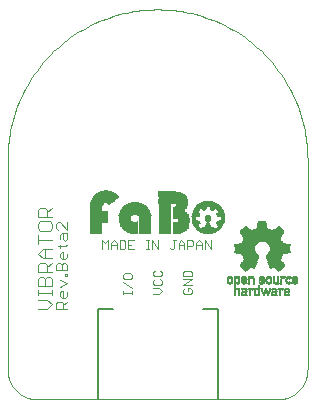
<source format=gto>
G75*
%MOIN*%
%OFA0B0*%
%FSLAX25Y25*%
%IPPOS*%
%LPD*%
%AMOC8*
5,1,8,0,0,1.08239X$1,22.5*
%
%ADD10C,0.00400*%
%ADD11C,0.00300*%
%ADD12C,0.00000*%
%ADD13C,0.00500*%
%ADD14R,0.00650X0.00050*%
%ADD15R,0.00950X0.00050*%
%ADD16R,0.00800X0.00050*%
%ADD17R,0.00550X0.00050*%
%ADD18R,0.00600X0.00050*%
%ADD19R,0.01750X0.00050*%
%ADD20R,0.01000X0.00050*%
%ADD21R,0.01200X0.00050*%
%ADD22R,0.01800X0.00050*%
%ADD23R,0.01350X0.00050*%
%ADD24R,0.01900X0.00050*%
%ADD25R,0.00700X0.00050*%
%ADD26R,0.01850X0.00050*%
%ADD27R,0.01500X0.00050*%
%ADD28R,0.01950X0.00050*%
%ADD29R,0.01650X0.00050*%
%ADD30R,0.00750X0.00050*%
%ADD31R,0.02000X0.00050*%
%ADD32R,0.02050X0.00050*%
%ADD33R,0.00850X0.00050*%
%ADD34R,0.02100X0.00050*%
%ADD35R,0.00900X0.00050*%
%ADD36R,0.00450X0.00050*%
%ADD37R,0.00300X0.00050*%
%ADD38R,0.00200X0.00050*%
%ADD39R,0.01050X0.00050*%
%ADD40R,0.00100X0.00050*%
%ADD41R,0.01100X0.00050*%
%ADD42R,0.01150X0.00050*%
%ADD43R,0.02200X0.00050*%
%ADD44R,0.01250X0.00050*%
%ADD45R,0.00150X0.00050*%
%ADD46R,0.00250X0.00050*%
%ADD47R,0.00500X0.00050*%
%ADD48R,0.01550X0.00050*%
%ADD49R,0.01600X0.00050*%
%ADD50R,0.01700X0.00050*%
%ADD51R,0.01400X0.00050*%
%ADD52R,0.01300X0.00050*%
%ADD53R,0.00400X0.00050*%
%ADD54R,0.01450X0.00050*%
%ADD55R,0.02150X0.00050*%
%ADD56R,0.00350X0.00050*%
%ADD57R,0.00050X0.00050*%
%ADD58R,0.02250X0.00050*%
%ADD59R,0.02400X0.00050*%
%ADD60R,0.02500X0.00050*%
%ADD61R,0.02650X0.00050*%
%ADD62R,0.02750X0.00050*%
%ADD63R,0.02900X0.00050*%
%ADD64R,0.03000X0.00050*%
%ADD65R,0.03150X0.00050*%
%ADD66R,0.03250X0.00050*%
%ADD67R,0.04600X0.00050*%
%ADD68R,0.04650X0.00050*%
%ADD69R,0.04750X0.00050*%
%ADD70R,0.04800X0.00050*%
%ADD71R,0.04900X0.00050*%
%ADD72R,0.04950X0.00050*%
%ADD73R,0.05000X0.00050*%
%ADD74R,0.05100X0.00050*%
%ADD75R,0.05150X0.00050*%
%ADD76R,0.05200X0.00050*%
%ADD77R,0.05250X0.00050*%
%ADD78R,0.05050X0.00050*%
%ADD79R,0.04850X0.00050*%
%ADD80R,0.05300X0.00050*%
%ADD81R,0.05350X0.00050*%
%ADD82R,0.05450X0.00050*%
%ADD83R,0.05500X0.00050*%
%ADD84R,0.05550X0.00050*%
%ADD85R,0.05650X0.00050*%
%ADD86R,0.05600X0.00050*%
%ADD87R,0.05400X0.00050*%
%ADD88R,0.05700X0.00050*%
%ADD89R,0.05900X0.00050*%
%ADD90R,0.06150X0.00050*%
%ADD91R,0.06350X0.00050*%
%ADD92R,0.06550X0.00050*%
%ADD93R,0.06850X0.00050*%
%ADD94R,0.07050X0.00050*%
%ADD95R,0.07100X0.00050*%
%ADD96R,0.07000X0.00050*%
%ADD97R,0.06950X0.00050*%
%ADD98R,0.06900X0.00050*%
%ADD99R,0.06800X0.00050*%
%ADD100R,0.06600X0.00050*%
%ADD101R,0.05750X0.00050*%
%ADD102R,0.06050X0.00050*%
%ADD103R,0.13050X0.00050*%
%ADD104R,0.12950X0.00050*%
%ADD105R,0.12850X0.00050*%
%ADD106R,0.12750X0.00050*%
%ADD107R,0.12650X0.00050*%
%ADD108R,0.12550X0.00050*%
%ADD109R,0.12450X0.00050*%
%ADD110R,0.12350X0.00050*%
%ADD111R,0.12250X0.00050*%
%ADD112R,0.12150X0.00050*%
%ADD113R,0.13150X0.00050*%
%ADD114R,0.13250X0.00050*%
%ADD115R,0.13350X0.00050*%
%ADD116R,0.13450X0.00050*%
%ADD117R,0.13550X0.00050*%
%ADD118R,0.13650X0.00050*%
%ADD119R,0.13750X0.00050*%
%ADD120R,0.13850X0.00050*%
%ADD121R,0.13950X0.00050*%
%ADD122R,0.14050X0.00050*%
%ADD123R,0.14150X0.00050*%
%ADD124R,0.14250X0.00050*%
%ADD125R,0.14350X0.00050*%
%ADD126R,0.14450X0.00050*%
%ADD127R,0.14550X0.00050*%
%ADD128R,0.14650X0.00050*%
%ADD129R,0.14750X0.00050*%
%ADD130R,0.14850X0.00050*%
%ADD131R,0.14950X0.00050*%
%ADD132R,0.03450X0.00050*%
%ADD133R,0.06750X0.00050*%
%ADD134R,0.03300X0.00050*%
%ADD135R,0.06450X0.00050*%
%ADD136R,0.03200X0.00050*%
%ADD137R,0.06250X0.00050*%
%ADD138R,0.03050X0.00050*%
%ADD139R,0.05950X0.00050*%
%ADD140R,0.02950X0.00050*%
%ADD141R,0.02850X0.00050*%
%ADD142R,0.02800X0.00050*%
%ADD143R,0.02700X0.00050*%
%ADD144R,0.02600X0.00050*%
%ADD145R,0.02450X0.00050*%
%ADD146R,0.02350X0.00050*%
%ADD147R,0.04550X0.00050*%
%ADD148R,0.04250X0.00050*%
%ADD149R,0.04050X0.00050*%
%ADD150R,0.03750X0.00050*%
%ADD151R,0.03650X0.00050*%
%ADD152R,0.03550X0.00050*%
%ADD153R,0.03350X0.00050*%
%ADD154R,0.01008X0.00048*%
%ADD155R,0.00672X0.00048*%
%ADD156R,0.01776X0.00048*%
%ADD157R,0.01584X0.00048*%
%ADD158R,0.02160X0.00048*%
%ADD159R,0.02208X0.00048*%
%ADD160R,0.02352X0.00048*%
%ADD161R,0.02592X0.00048*%
%ADD162R,0.04272X0.00048*%
%ADD163R,0.02544X0.00048*%
%ADD164R,0.03936X0.00048*%
%ADD165R,0.01008X0.00048*%
%ADD166R,0.02976X0.00048*%
%ADD167R,0.04320X0.00048*%
%ADD168R,0.02736X0.00048*%
%ADD169R,0.03984X0.00048*%
%ADD170R,0.04272X0.00048*%
%ADD171R,0.02016X0.00048*%
%ADD172R,0.03312X0.00048*%
%ADD173R,0.04320X0.00048*%
%ADD174R,0.02880X0.00048*%
%ADD175R,0.03984X0.00048*%
%ADD176R,0.03552X0.00048*%
%ADD177R,0.03024X0.00048*%
%ADD178R,0.02592X0.00048*%
%ADD179R,0.03840X0.00048*%
%ADD180R,0.03120X0.00048*%
%ADD181R,0.02832X0.00048*%
%ADD182R,0.04080X0.00048*%
%ADD183R,0.03216X0.00048*%
%ADD184R,0.02976X0.00048*%
%ADD185R,0.03360X0.00048*%
%ADD186R,0.04512X0.00048*%
%ADD187R,0.03456X0.00048*%
%ADD188R,0.03264X0.00048*%
%ADD189R,0.04752X0.00048*%
%ADD190R,0.04944X0.00048*%
%ADD191R,0.03648X0.00048*%
%ADD192R,0.03456X0.00048*%
%ADD193R,0.05136X0.00048*%
%ADD194R,0.03744X0.00048*%
%ADD195R,0.03552X0.00048*%
%ADD196R,0.05328X0.00048*%
%ADD197R,0.03792X0.00048*%
%ADD198R,0.05472X0.00048*%
%ADD199R,0.03888X0.00048*%
%ADD200R,0.05616X0.00048*%
%ADD201R,0.03840X0.00048*%
%ADD202R,0.05760X0.00048*%
%ADD203R,0.04032X0.00048*%
%ADD204R,0.05952X0.00048*%
%ADD205R,0.04128X0.00048*%
%ADD206R,0.06096X0.00048*%
%ADD207R,0.04176X0.00048*%
%ADD208R,0.06240X0.00048*%
%ADD209R,0.04224X0.00048*%
%ADD210R,0.06336X0.00048*%
%ADD211R,0.04176X0.00048*%
%ADD212R,0.06480X0.00048*%
%ADD213R,0.04368X0.00048*%
%ADD214R,0.04224X0.00048*%
%ADD215R,0.06624X0.00048*%
%ADD216R,0.04464X0.00048*%
%ADD217R,0.06720X0.00048*%
%ADD218R,0.04512X0.00048*%
%ADD219R,0.06864X0.00048*%
%ADD220R,0.04560X0.00048*%
%ADD221R,0.04416X0.00048*%
%ADD222R,0.07008X0.00048*%
%ADD223R,0.04608X0.00048*%
%ADD224R,0.04464X0.00048*%
%ADD225R,0.07104X0.00048*%
%ADD226R,0.04656X0.00048*%
%ADD227R,0.07200X0.00048*%
%ADD228R,0.04704X0.00048*%
%ADD229R,0.07296X0.00048*%
%ADD230R,0.07440X0.00048*%
%ADD231R,0.04800X0.00048*%
%ADD232R,0.07536X0.00048*%
%ADD233R,0.04848X0.00048*%
%ADD234R,0.04704X0.00048*%
%ADD235R,0.07632X0.00048*%
%ADD236R,0.04896X0.00048*%
%ADD237R,0.04752X0.00048*%
%ADD238R,0.07728X0.00048*%
%ADD239R,0.04944X0.00048*%
%ADD240R,0.04800X0.00048*%
%ADD241R,0.07824X0.00048*%
%ADD242R,0.04992X0.00048*%
%ADD243R,0.07920X0.00048*%
%ADD244R,0.05040X0.00048*%
%ADD245R,0.08016X0.00048*%
%ADD246R,0.05088X0.00048*%
%ADD247R,0.08064X0.00048*%
%ADD248R,0.01536X0.00048*%
%ADD249R,0.04704X0.00048*%
%ADD250R,0.05184X0.00048*%
%ADD251R,0.01536X0.00048*%
%ADD252R,0.04560X0.00048*%
%ADD253R,0.05232X0.00048*%
%ADD254R,0.05280X0.00048*%
%ADD255R,0.05280X0.00048*%
%ADD256R,0.01488X0.00048*%
%ADD257R,0.05088X0.00048*%
%ADD258R,0.01488X0.00048*%
%ADD259R,0.05376X0.00048*%
%ADD260R,0.03840X0.00048*%
%ADD261R,0.05424X0.00048*%
%ADD262R,0.05136X0.00048*%
%ADD263R,0.00576X0.00048*%
%ADD264R,0.02304X0.00048*%
%ADD265R,0.00624X0.00048*%
%ADD266R,0.05424X0.00048*%
%ADD267R,0.05184X0.00048*%
%ADD268R,0.00432X0.00048*%
%ADD269R,0.02208X0.00048*%
%ADD270R,0.01440X0.00048*%
%ADD271R,0.00288X0.00048*%
%ADD272R,0.02160X0.00048*%
%ADD273R,0.05520X0.00048*%
%ADD274R,0.05232X0.00048*%
%ADD275R,0.01440X0.00048*%
%ADD276R,0.00144X0.00048*%
%ADD277R,0.02112X0.00048*%
%ADD278R,0.00096X0.00048*%
%ADD279R,0.05568X0.00048*%
%ADD280R,0.02064X0.00048*%
%ADD281R,0.05568X0.00048*%
%ADD282R,0.01392X0.00048*%
%ADD283R,0.05616X0.00048*%
%ADD284R,0.05328X0.00048*%
%ADD285R,0.01392X0.00048*%
%ADD286R,0.02016X0.00048*%
%ADD287R,0.01968X0.00048*%
%ADD288R,0.01392X0.00048*%
%ADD289R,0.05664X0.00048*%
%ADD290R,0.01920X0.00048*%
%ADD291R,0.01344X0.00048*%
%ADD292R,0.05712X0.00048*%
%ADD293R,0.01872X0.00048*%
%ADD294R,0.05712X0.00048*%
%ADD295R,0.05376X0.00048*%
%ADD296R,0.01824X0.00048*%
%ADD297R,0.01824X0.00048*%
%ADD298R,0.05760X0.00048*%
%ADD299R,0.01776X0.00048*%
%ADD300R,0.05808X0.00048*%
%ADD301R,0.01584X0.00048*%
%ADD302R,0.01728X0.00048*%
%ADD303R,0.05808X0.00048*%
%ADD304R,0.05472X0.00048*%
%ADD305R,0.01632X0.00048*%
%ADD306R,0.01680X0.00048*%
%ADD307R,0.05856X0.00048*%
%ADD308R,0.01728X0.00048*%
%ADD309R,0.01632X0.00048*%
%ADD310R,0.01680X0.00048*%
%ADD311R,0.05856X0.00048*%
%ADD312R,0.01728X0.00048*%
%ADD313R,0.05904X0.00048*%
%ADD314R,0.05520X0.00048*%
%ADD315R,0.01920X0.00048*%
%ADD316R,0.01920X0.00048*%
%ADD317R,0.05952X0.00048*%
%ADD318R,0.01968X0.00048*%
%ADD319R,0.01440X0.00048*%
%ADD320R,0.06000X0.00048*%
%ADD321R,0.02064X0.00048*%
%ADD322R,0.06000X0.00048*%
%ADD323R,0.02112X0.00048*%
%ADD324R,0.01344X0.00048*%
%ADD325R,0.06048X0.00048*%
%ADD326R,0.01296X0.00048*%
%ADD327R,0.06048X0.00048*%
%ADD328R,0.02256X0.00048*%
%ADD329R,0.01248X0.00048*%
%ADD330R,0.02304X0.00048*%
%ADD331R,0.01200X0.00048*%
%ADD332R,0.01152X0.00048*%
%ADD333R,0.06096X0.00048*%
%ADD334R,0.02400X0.00048*%
%ADD335R,0.01152X0.00048*%
%ADD336R,0.02352X0.00048*%
%ADD337R,0.06144X0.00048*%
%ADD338R,0.02400X0.00048*%
%ADD339R,0.01104X0.00048*%
%ADD340R,0.06144X0.00048*%
%ADD341R,0.01056X0.00048*%
%ADD342R,0.06192X0.00048*%
%ADD343R,0.00960X0.00048*%
%ADD344R,0.06192X0.00048*%
%ADD345R,0.00912X0.00048*%
%ADD346R,0.00864X0.00048*%
%ADD347R,0.04896X0.00048*%
%ADD348R,0.04848X0.00048*%
%ADD349R,0.00864X0.00048*%
%ADD350R,0.00480X0.00048*%
%ADD351R,0.00816X0.00048*%
%ADD352R,0.04656X0.00048*%
%ADD353R,0.00336X0.00048*%
%ADD354R,0.04128X0.00048*%
%ADD355R,0.00768X0.00048*%
%ADD356R,0.00240X0.00048*%
%ADD357R,0.04032X0.00048*%
%ADD358R,0.00768X0.00048*%
%ADD359R,0.03936X0.00048*%
%ADD360R,0.00816X0.00048*%
%ADD361R,0.00048X0.00048*%
%ADD362R,0.03888X0.00048*%
%ADD363R,0.04416X0.00048*%
%ADD364R,0.02304X0.00048*%
%ADD365R,0.04368X0.00048*%
%ADD366R,0.03792X0.00048*%
%ADD367R,0.01440X0.00048*%
%ADD368R,0.01728X0.00048*%
%ADD369R,0.01296X0.00048*%
%ADD370R,0.01872X0.00048*%
%ADD371R,0.03744X0.00048*%
%ADD372R,0.04080X0.00048*%
%ADD373R,0.05520X0.00048*%
%ADD374R,0.04176X0.00048*%
%ADD375R,0.04176X0.00048*%
%ADD376R,0.02112X0.00048*%
%ADD377R,0.02448X0.00048*%
%ADD378R,0.02496X0.00048*%
%ADD379R,0.02496X0.00048*%
%ADD380R,0.02448X0.00048*%
%ADD381R,0.04320X0.00048*%
%ADD382R,0.02544X0.00048*%
%ADD383R,0.00528X0.00048*%
%ADD384R,0.05040X0.00048*%
%ADD385R,0.02640X0.00048*%
%ADD386R,0.04656X0.00048*%
%ADD387R,0.04992X0.00048*%
%ADD388R,0.02640X0.00048*%
%ADD389R,0.04992X0.00048*%
%ADD390R,0.10560X0.00048*%
%ADD391R,0.02688X0.00048*%
%ADD392R,0.10512X0.00048*%
%ADD393R,0.04848X0.00048*%
%ADD394R,0.10512X0.00048*%
%ADD395R,0.10464X0.00048*%
%ADD396R,0.10416X0.00048*%
%ADD397R,0.02448X0.00048*%
%ADD398R,0.10416X0.00048*%
%ADD399R,0.02448X0.00048*%
%ADD400R,0.10320X0.00048*%
%ADD401R,0.10320X0.00048*%
%ADD402R,0.02256X0.00048*%
%ADD403R,0.02256X0.00048*%
%ADD404R,0.10224X0.00048*%
%ADD405R,0.10224X0.00048*%
%ADD406R,0.10176X0.00048*%
%ADD407R,0.02112X0.00048*%
%ADD408R,0.10176X0.00048*%
%ADD409R,0.02064X0.00048*%
%ADD410R,0.10128X0.00048*%
%ADD411R,0.10080X0.00048*%
%ADD412R,0.01920X0.00048*%
%ADD413R,0.09984X0.00048*%
%ADD414R,0.03840X0.00048*%
%ADD415R,0.09984X0.00048*%
%ADD416R,0.01776X0.00048*%
%ADD417R,0.09888X0.00048*%
%ADD418R,0.03648X0.00048*%
%ADD419R,0.09888X0.00048*%
%ADD420R,0.09792X0.00048*%
%ADD421R,0.09792X0.00048*%
%ADD422R,0.03504X0.00048*%
%ADD423R,0.09744X0.00048*%
%ADD424R,0.03600X0.00048*%
%ADD425R,0.09696X0.00048*%
%ADD426R,0.00096X0.00048*%
%ADD427R,0.09648X0.00048*%
%ADD428R,0.03696X0.00048*%
%ADD429R,0.09600X0.00048*%
%ADD430R,0.00480X0.00048*%
%ADD431R,0.09552X0.00048*%
%ADD432R,0.00672X0.00048*%
%ADD433R,0.09456X0.00048*%
%ADD434R,0.09456X0.00048*%
%ADD435R,0.01056X0.00048*%
%ADD436R,0.09360X0.00048*%
%ADD437R,0.01200X0.00048*%
%ADD438R,0.09264X0.00048*%
%ADD439R,0.01248X0.00048*%
%ADD440R,0.09264X0.00048*%
%ADD441R,0.09168X0.00048*%
%ADD442R,0.01392X0.00048*%
%ADD443R,0.09120X0.00048*%
%ADD444R,0.09072X0.00048*%
%ADD445R,0.01584X0.00048*%
%ADD446R,0.08976X0.00048*%
%ADD447R,0.08928X0.00048*%
%ADD448R,0.08832X0.00048*%
%ADD449R,0.08784X0.00048*%
%ADD450R,0.08736X0.00048*%
%ADD451R,0.03792X0.00048*%
%ADD452R,0.08640X0.00048*%
%ADD453R,0.08544X0.00048*%
%ADD454R,0.08448X0.00048*%
%ADD455R,0.08400X0.00048*%
%ADD456R,0.03696X0.00048*%
%ADD457R,0.08304X0.00048*%
%ADD458R,0.08208X0.00048*%
%ADD459R,0.08112X0.00048*%
%ADD460R,0.03648X0.00048*%
%ADD461R,0.03984X0.00048*%
%ADD462R,0.07968X0.00048*%
%ADD463R,0.03600X0.00048*%
%ADD464R,0.07824X0.00048*%
%ADD465R,0.07728X0.00048*%
%ADD466R,0.03504X0.00048*%
%ADD467R,0.07632X0.00048*%
%ADD468R,0.07536X0.00048*%
%ADD469R,0.03648X0.00048*%
%ADD470R,0.08064X0.00048*%
%ADD471R,0.07440X0.00048*%
%ADD472R,0.08016X0.00048*%
%ADD473R,0.07344X0.00048*%
%ADD474R,0.07920X0.00048*%
%ADD475R,0.07248X0.00048*%
%ADD476R,0.07152X0.00048*%
%ADD477R,0.06960X0.00048*%
%ADD478R,0.06864X0.00048*%
%ADD479R,0.06720X0.00048*%
%ADD480R,0.06576X0.00048*%
%ADD481R,0.06480X0.00048*%
%ADD482R,0.07200X0.00048*%
%ADD483R,0.07104X0.00048*%
%ADD484R,0.04320X0.00048*%
%ADD485R,0.06192X0.00048*%
%ADD486R,0.07008X0.00048*%
%ADD487R,0.00192X0.00048*%
%ADD488R,0.06048X0.00048*%
%ADD489R,0.00384X0.00048*%
%ADD490R,0.05712X0.00048*%
%ADD491R,0.06336X0.00048*%
%ADD492R,0.06240X0.00048*%
%ADD493R,0.04128X0.00048*%
%ADD494R,0.03984X0.00048*%
%ADD495R,0.04512X0.00048*%
%ADD496R,0.09744X0.00048*%
%ADD497R,0.02976X0.00048*%
%ADD498R,0.07248X0.00048*%
%ADD499R,0.07344X0.00048*%
%ADD500R,0.07488X0.00048*%
%ADD501R,0.07488X0.00048*%
%ADD502R,0.07584X0.00048*%
%ADD503R,0.07680X0.00048*%
%ADD504R,0.00624X0.00048*%
%ADD505R,0.07872X0.00048*%
%ADD506R,0.09696X0.00048*%
%ADD507R,0.07920X0.00048*%
%ADD508R,0.07968X0.00048*%
%ADD509R,0.08064X0.00048*%
%ADD510R,0.08160X0.00048*%
%ADD511R,0.08160X0.00048*%
%ADD512R,0.09648X0.00048*%
%ADD513R,0.08208X0.00048*%
%ADD514R,0.08256X0.00048*%
%ADD515R,0.08304X0.00048*%
%ADD516R,0.09600X0.00048*%
%ADD517R,0.08352X0.00048*%
%ADD518R,0.08400X0.00048*%
%ADD519R,0.08448X0.00048*%
%ADD520R,0.09552X0.00048*%
%ADD521R,0.08448X0.00048*%
%ADD522R,0.08496X0.00048*%
%ADD523R,0.09504X0.00048*%
%ADD524R,0.08592X0.00048*%
%ADD525R,0.09504X0.00048*%
%ADD526R,0.08640X0.00048*%
%ADD527R,0.08688X0.00048*%
%ADD528R,0.09408X0.00048*%
%ADD529R,0.08688X0.00048*%
%ADD530R,0.08592X0.00048*%
%ADD531R,0.08544X0.00048*%
%ADD532R,0.09360X0.00048*%
%ADD533R,0.08448X0.00048*%
%ADD534R,0.09312X0.00048*%
%ADD535R,0.08352X0.00048*%
%ADD536R,0.09312X0.00048*%
%ADD537R,0.08256X0.00048*%
%ADD538R,0.08256X0.00048*%
%ADD539R,0.09216X0.00048*%
%ADD540R,0.09168X0.00048*%
%ADD541R,0.07776X0.00048*%
%ADD542R,0.09024X0.00048*%
%ADD543R,0.07680X0.00048*%
%ADD544R,0.09024X0.00048*%
%ADD545R,0.07584X0.00048*%
%ADD546R,0.07392X0.00048*%
%ADD547R,0.08880X0.00048*%
%ADD548R,0.07296X0.00048*%
%ADD549R,0.08832X0.00048*%
%ADD550R,0.08784X0.00048*%
%ADD551R,0.07104X0.00048*%
%ADD552R,0.06912X0.00048*%
%ADD553R,0.06768X0.00048*%
%ADD554R,0.06624X0.00048*%
%ADD555R,0.06528X0.00048*%
%ADD556R,0.06384X0.00048*%
%ADD557R,0.06240X0.00048*%
%ADD558R,0.05856X0.00048*%
%ADD559R,0.05184X0.00048*%
%ADD560R,0.06912X0.00048*%
%ADD561R,0.06288X0.00048*%
%ADD562R,0.03456X0.00048*%
%ADD563R,0.03120X0.00048*%
%ADD564R,0.02784X0.00048*%
D10*
X0016996Y0054206D02*
X0020065Y0054206D01*
X0021600Y0055741D01*
X0020065Y0057275D01*
X0016996Y0057275D01*
X0016996Y0058810D02*
X0016996Y0060344D01*
X0016996Y0059577D02*
X0021600Y0059577D01*
X0021600Y0058810D02*
X0021600Y0060344D01*
X0021600Y0061879D02*
X0021600Y0064181D01*
X0020833Y0064948D01*
X0020065Y0064948D01*
X0019298Y0064181D01*
X0019298Y0061879D01*
X0019298Y0064181D02*
X0018531Y0064948D01*
X0017763Y0064948D01*
X0016996Y0064181D01*
X0016996Y0061879D01*
X0021600Y0061879D01*
X0021600Y0066483D02*
X0016996Y0066483D01*
X0016996Y0068785D01*
X0017763Y0069552D01*
X0019298Y0069552D01*
X0020065Y0068785D01*
X0020065Y0066483D01*
X0020065Y0068018D02*
X0021600Y0069552D01*
X0021600Y0071087D02*
X0018531Y0071087D01*
X0016996Y0072622D01*
X0018531Y0074156D01*
X0021600Y0074156D01*
X0021600Y0077226D02*
X0016996Y0077226D01*
X0016996Y0078760D02*
X0016996Y0075691D01*
X0019298Y0074156D02*
X0019298Y0071087D01*
X0017763Y0080295D02*
X0020833Y0080295D01*
X0021600Y0081062D01*
X0021600Y0082597D01*
X0020833Y0083364D01*
X0017763Y0083364D01*
X0016996Y0082597D01*
X0016996Y0081062D01*
X0017763Y0080295D01*
X0016996Y0084899D02*
X0016996Y0087201D01*
X0017763Y0087968D01*
X0019298Y0087968D01*
X0020065Y0087201D01*
X0020065Y0084899D01*
X0020065Y0086433D02*
X0021600Y0087968D01*
X0021600Y0084899D02*
X0016996Y0084899D01*
D11*
X0022947Y0082403D02*
X0022947Y0081169D01*
X0023564Y0080552D01*
X0024798Y0079337D02*
X0026650Y0079337D01*
X0026650Y0077486D01*
X0026033Y0076869D01*
X0025416Y0077486D01*
X0025416Y0079337D01*
X0024798Y0079337D02*
X0024181Y0078720D01*
X0024181Y0077486D01*
X0024181Y0075648D02*
X0024181Y0074413D01*
X0023564Y0075030D02*
X0026033Y0075030D01*
X0026650Y0075648D01*
X0025416Y0073199D02*
X0024798Y0073199D01*
X0024181Y0072582D01*
X0024181Y0071347D01*
X0024798Y0070730D01*
X0026033Y0070730D01*
X0026650Y0071347D01*
X0026650Y0072582D01*
X0025416Y0073199D02*
X0025416Y0070730D01*
X0025416Y0069516D02*
X0026033Y0069516D01*
X0026650Y0068898D01*
X0026650Y0067047D01*
X0022947Y0067047D01*
X0022947Y0068898D01*
X0023564Y0069516D01*
X0024181Y0069516D01*
X0024798Y0068898D01*
X0024798Y0067047D01*
X0026033Y0065823D02*
X0026650Y0065823D01*
X0026650Y0065205D01*
X0026033Y0065205D01*
X0026033Y0065823D01*
X0024181Y0063991D02*
X0026650Y0062757D01*
X0024181Y0061522D01*
X0024798Y0060308D02*
X0025416Y0060308D01*
X0025416Y0057839D01*
X0026033Y0057839D02*
X0024798Y0057839D01*
X0024181Y0058456D01*
X0024181Y0059691D01*
X0024798Y0060308D01*
X0026650Y0059691D02*
X0026650Y0058456D01*
X0026033Y0057839D01*
X0026650Y0056625D02*
X0025416Y0055390D01*
X0025416Y0056007D02*
X0025416Y0054156D01*
X0026650Y0054156D02*
X0022947Y0054156D01*
X0022947Y0056007D01*
X0023564Y0056625D01*
X0024798Y0056625D01*
X0025416Y0056007D01*
X0024798Y0068898D02*
X0025416Y0069516D01*
X0026650Y0080552D02*
X0024181Y0083021D01*
X0023564Y0083021D01*
X0022947Y0082403D01*
X0026650Y0083021D02*
X0026650Y0080552D01*
X0038289Y0077058D02*
X0038289Y0074156D01*
X0039256Y0076091D02*
X0038289Y0077058D01*
X0039256Y0076091D02*
X0040224Y0077058D01*
X0040224Y0074156D01*
X0041235Y0074156D02*
X0041235Y0076091D01*
X0042203Y0077058D01*
X0043170Y0076091D01*
X0043170Y0074156D01*
X0044182Y0074156D02*
X0045633Y0074156D01*
X0046117Y0074640D01*
X0046117Y0076575D01*
X0045633Y0077058D01*
X0044182Y0077058D01*
X0044182Y0074156D01*
X0043170Y0075607D02*
X0041235Y0075607D01*
X0047128Y0075607D02*
X0048096Y0075607D01*
X0049063Y0074156D02*
X0047128Y0074156D01*
X0047128Y0077058D01*
X0049063Y0077058D01*
X0053021Y0077058D02*
X0053989Y0077058D01*
X0053505Y0077058D02*
X0053505Y0074156D01*
X0053021Y0074156D02*
X0053989Y0074156D01*
X0054986Y0074156D02*
X0054986Y0077058D01*
X0056921Y0074156D01*
X0056921Y0077058D01*
X0060879Y0074640D02*
X0061362Y0074156D01*
X0061846Y0074156D01*
X0062330Y0074640D01*
X0062330Y0077058D01*
X0061846Y0077058D02*
X0062814Y0077058D01*
X0063825Y0076091D02*
X0063825Y0074156D01*
X0063825Y0075607D02*
X0065760Y0075607D01*
X0065760Y0076091D02*
X0065760Y0074156D01*
X0066772Y0074156D02*
X0066772Y0077058D01*
X0068223Y0077058D01*
X0068707Y0076575D01*
X0068707Y0075607D01*
X0068223Y0075123D01*
X0066772Y0075123D01*
X0065760Y0076091D02*
X0064793Y0077058D01*
X0063825Y0076091D01*
X0069718Y0076091D02*
X0069718Y0074156D01*
X0069718Y0075607D02*
X0071653Y0075607D01*
X0071653Y0076091D02*
X0071653Y0074156D01*
X0072665Y0074156D02*
X0072665Y0077058D01*
X0074600Y0074156D01*
X0074600Y0077058D01*
X0071653Y0076091D02*
X0070686Y0077058D01*
X0069718Y0076091D01*
X0067766Y0066984D02*
X0065831Y0066984D01*
X0065348Y0066500D01*
X0065348Y0065049D01*
X0068250Y0065049D01*
X0068250Y0066500D01*
X0067766Y0066984D01*
X0068250Y0064037D02*
X0065348Y0064037D01*
X0065348Y0062102D02*
X0068250Y0064037D01*
X0068250Y0062102D02*
X0065348Y0062102D01*
X0065831Y0061091D02*
X0065348Y0060607D01*
X0065348Y0059640D01*
X0065831Y0059156D01*
X0067766Y0059156D01*
X0068250Y0059640D01*
X0068250Y0060607D01*
X0067766Y0061091D01*
X0066799Y0061091D01*
X0066799Y0060123D01*
X0058250Y0060123D02*
X0057283Y0061091D01*
X0055348Y0061091D01*
X0055831Y0062102D02*
X0055348Y0062586D01*
X0055348Y0063554D01*
X0055831Y0064037D01*
X0055831Y0065049D02*
X0055348Y0065533D01*
X0055348Y0066500D01*
X0055831Y0066984D01*
X0055831Y0065049D02*
X0057766Y0065049D01*
X0058250Y0065533D01*
X0058250Y0066500D01*
X0057766Y0066984D01*
X0057766Y0064037D02*
X0058250Y0063554D01*
X0058250Y0062586D01*
X0057766Y0062102D01*
X0055831Y0062102D01*
X0055348Y0059156D02*
X0057283Y0059156D01*
X0058250Y0060123D01*
X0048250Y0060123D02*
X0048250Y0059156D01*
X0048250Y0059640D02*
X0045348Y0059640D01*
X0045348Y0060123D02*
X0045348Y0059156D01*
X0048250Y0061120D02*
X0045348Y0063055D01*
X0045831Y0064067D02*
X0045348Y0064551D01*
X0045348Y0065518D01*
X0045831Y0066002D01*
X0047766Y0066002D01*
X0048250Y0065518D01*
X0048250Y0064551D01*
X0047766Y0064067D01*
X0045831Y0064067D01*
D12*
X0016800Y0024006D02*
X0096800Y0024006D01*
X0097042Y0024009D01*
X0097283Y0024018D01*
X0097524Y0024032D01*
X0097765Y0024053D01*
X0098005Y0024079D01*
X0098245Y0024111D01*
X0098484Y0024149D01*
X0098721Y0024192D01*
X0098958Y0024242D01*
X0099193Y0024297D01*
X0099427Y0024357D01*
X0099659Y0024424D01*
X0099890Y0024495D01*
X0100119Y0024573D01*
X0100346Y0024656D01*
X0100571Y0024744D01*
X0100794Y0024838D01*
X0101014Y0024937D01*
X0101232Y0025042D01*
X0101447Y0025151D01*
X0101660Y0025266D01*
X0101870Y0025386D01*
X0102076Y0025511D01*
X0102280Y0025641D01*
X0102481Y0025776D01*
X0102678Y0025916D01*
X0102872Y0026060D01*
X0103062Y0026209D01*
X0103248Y0026363D01*
X0103431Y0026521D01*
X0103610Y0026683D01*
X0103785Y0026850D01*
X0103956Y0027021D01*
X0104123Y0027196D01*
X0104285Y0027375D01*
X0104443Y0027558D01*
X0104597Y0027744D01*
X0104746Y0027934D01*
X0104890Y0028128D01*
X0105030Y0028325D01*
X0105165Y0028526D01*
X0105295Y0028730D01*
X0105420Y0028936D01*
X0105540Y0029146D01*
X0105655Y0029359D01*
X0105764Y0029574D01*
X0105869Y0029792D01*
X0105968Y0030012D01*
X0106062Y0030235D01*
X0106150Y0030460D01*
X0106233Y0030687D01*
X0106311Y0030916D01*
X0106382Y0031147D01*
X0106449Y0031379D01*
X0106509Y0031613D01*
X0106564Y0031848D01*
X0106614Y0032085D01*
X0106657Y0032322D01*
X0106695Y0032561D01*
X0106727Y0032801D01*
X0106753Y0033041D01*
X0106774Y0033282D01*
X0106788Y0033523D01*
X0106797Y0033764D01*
X0106800Y0034006D01*
X0106800Y0104006D01*
X0106785Y0105224D01*
X0106741Y0106440D01*
X0106667Y0107656D01*
X0106563Y0108869D01*
X0106430Y0110079D01*
X0106267Y0111286D01*
X0106075Y0112488D01*
X0105854Y0113686D01*
X0105604Y0114878D01*
X0105325Y0116063D01*
X0105017Y0117241D01*
X0104680Y0118411D01*
X0104315Y0119573D01*
X0103922Y0120725D01*
X0103501Y0121868D01*
X0103052Y0122999D01*
X0102576Y0124120D01*
X0102072Y0125229D01*
X0101542Y0126325D01*
X0100985Y0127408D01*
X0100402Y0128477D01*
X0099794Y0129531D01*
X0099159Y0130571D01*
X0098500Y0131594D01*
X0097816Y0132602D01*
X0097107Y0133592D01*
X0096375Y0134565D01*
X0095619Y0135519D01*
X0094840Y0136455D01*
X0094039Y0137372D01*
X0093215Y0138269D01*
X0092370Y0139145D01*
X0091504Y0140001D01*
X0090617Y0140836D01*
X0089710Y0141648D01*
X0088784Y0142438D01*
X0087838Y0143206D01*
X0086875Y0143950D01*
X0085893Y0144670D01*
X0084894Y0145367D01*
X0083879Y0146039D01*
X0082847Y0146686D01*
X0081800Y0147307D01*
X0080738Y0147903D01*
X0079662Y0148473D01*
X0078573Y0149017D01*
X0077470Y0149533D01*
X0076355Y0150023D01*
X0075229Y0150486D01*
X0074092Y0150921D01*
X0072944Y0151328D01*
X0071787Y0151707D01*
X0070621Y0152058D01*
X0069447Y0152380D01*
X0068265Y0152674D01*
X0067076Y0152939D01*
X0065882Y0153174D01*
X0064682Y0153381D01*
X0063477Y0153558D01*
X0062269Y0153706D01*
X0061057Y0153824D01*
X0059842Y0153913D01*
X0058626Y0153973D01*
X0057409Y0154002D01*
X0056191Y0154002D01*
X0054974Y0153973D01*
X0053758Y0153913D01*
X0052543Y0153824D01*
X0051331Y0153706D01*
X0050123Y0153558D01*
X0048918Y0153381D01*
X0047718Y0153174D01*
X0046524Y0152939D01*
X0045335Y0152674D01*
X0044153Y0152380D01*
X0042979Y0152058D01*
X0041813Y0151707D01*
X0040656Y0151328D01*
X0039508Y0150921D01*
X0038371Y0150486D01*
X0037245Y0150023D01*
X0036130Y0149533D01*
X0035027Y0149017D01*
X0033938Y0148473D01*
X0032862Y0147903D01*
X0031800Y0147307D01*
X0030753Y0146686D01*
X0029721Y0146039D01*
X0028706Y0145367D01*
X0027707Y0144670D01*
X0026725Y0143950D01*
X0025762Y0143206D01*
X0024816Y0142438D01*
X0023890Y0141648D01*
X0022983Y0140836D01*
X0022096Y0140001D01*
X0021230Y0139145D01*
X0020385Y0138269D01*
X0019561Y0137372D01*
X0018760Y0136455D01*
X0017981Y0135519D01*
X0017225Y0134565D01*
X0016493Y0133592D01*
X0015784Y0132602D01*
X0015100Y0131594D01*
X0014441Y0130571D01*
X0013806Y0129531D01*
X0013198Y0128477D01*
X0012615Y0127408D01*
X0012058Y0126325D01*
X0011528Y0125229D01*
X0011024Y0124120D01*
X0010548Y0122999D01*
X0010099Y0121868D01*
X0009678Y0120725D01*
X0009285Y0119573D01*
X0008920Y0118411D01*
X0008583Y0117241D01*
X0008275Y0116063D01*
X0007996Y0114878D01*
X0007746Y0113686D01*
X0007525Y0112488D01*
X0007333Y0111286D01*
X0007170Y0110079D01*
X0007037Y0108869D01*
X0006933Y0107656D01*
X0006859Y0106440D01*
X0006815Y0105224D01*
X0006800Y0104006D01*
X0006800Y0034006D01*
X0006803Y0033764D01*
X0006812Y0033523D01*
X0006826Y0033282D01*
X0006847Y0033041D01*
X0006873Y0032801D01*
X0006905Y0032561D01*
X0006943Y0032322D01*
X0006986Y0032085D01*
X0007036Y0031848D01*
X0007091Y0031613D01*
X0007151Y0031379D01*
X0007218Y0031147D01*
X0007289Y0030916D01*
X0007367Y0030687D01*
X0007450Y0030460D01*
X0007538Y0030235D01*
X0007632Y0030012D01*
X0007731Y0029792D01*
X0007836Y0029574D01*
X0007945Y0029359D01*
X0008060Y0029146D01*
X0008180Y0028936D01*
X0008305Y0028730D01*
X0008435Y0028526D01*
X0008570Y0028325D01*
X0008710Y0028128D01*
X0008854Y0027934D01*
X0009003Y0027744D01*
X0009157Y0027558D01*
X0009315Y0027375D01*
X0009477Y0027196D01*
X0009644Y0027021D01*
X0009815Y0026850D01*
X0009990Y0026683D01*
X0010169Y0026521D01*
X0010352Y0026363D01*
X0010538Y0026209D01*
X0010728Y0026060D01*
X0010922Y0025916D01*
X0011119Y0025776D01*
X0011320Y0025641D01*
X0011524Y0025511D01*
X0011730Y0025386D01*
X0011940Y0025266D01*
X0012153Y0025151D01*
X0012368Y0025042D01*
X0012586Y0024937D01*
X0012806Y0024838D01*
X0013029Y0024744D01*
X0013254Y0024656D01*
X0013481Y0024573D01*
X0013710Y0024495D01*
X0013941Y0024424D01*
X0014173Y0024357D01*
X0014407Y0024297D01*
X0014642Y0024242D01*
X0014879Y0024192D01*
X0015116Y0024149D01*
X0015355Y0024111D01*
X0015595Y0024079D01*
X0015835Y0024053D01*
X0016076Y0024032D01*
X0016317Y0024018D01*
X0016558Y0024009D01*
X0016800Y0024006D01*
D13*
X0036800Y0024006D02*
X0036800Y0054006D01*
X0041800Y0054006D01*
X0071800Y0054006D02*
X0076800Y0054006D01*
X0076800Y0024006D01*
D14*
X0082625Y0058381D03*
X0082625Y0058431D03*
X0082625Y0058481D03*
X0082625Y0058531D03*
X0082625Y0058581D03*
X0082625Y0058631D03*
X0082625Y0058681D03*
X0082625Y0058731D03*
X0082625Y0058781D03*
X0082625Y0058831D03*
X0082625Y0058881D03*
X0082625Y0058931D03*
X0082625Y0058981D03*
X0082625Y0059031D03*
X0082625Y0059081D03*
X0082625Y0059131D03*
X0082625Y0059181D03*
X0082625Y0059231D03*
X0082625Y0059281D03*
X0082625Y0059331D03*
X0082625Y0059381D03*
X0082625Y0059431D03*
X0082625Y0059481D03*
X0082625Y0059531D03*
X0082625Y0059581D03*
X0082625Y0059631D03*
X0082625Y0059681D03*
X0082625Y0059731D03*
X0082625Y0059781D03*
X0082625Y0059831D03*
X0082625Y0059881D03*
X0082625Y0059931D03*
X0082625Y0059981D03*
X0082625Y0060031D03*
X0082625Y0060831D03*
X0082625Y0060881D03*
X0082625Y0060931D03*
X0082625Y0060981D03*
X0082625Y0061031D03*
X0082625Y0061081D03*
X0082625Y0061131D03*
X0082625Y0061181D03*
X0082625Y0061231D03*
X0082625Y0061281D03*
X0082625Y0061331D03*
X0082625Y0061381D03*
X0082625Y0061431D03*
X0082625Y0061481D03*
X0082625Y0061531D03*
X0082625Y0061581D03*
X0082625Y0061631D03*
X0082625Y0061681D03*
X0082625Y0061731D03*
X0082625Y0061781D03*
X0082625Y0061831D03*
X0082625Y0061881D03*
X0082625Y0061931D03*
X0082625Y0061981D03*
X0082625Y0062031D03*
X0082625Y0062081D03*
X0082625Y0062131D03*
X0082625Y0062181D03*
X0082625Y0062231D03*
X0082625Y0062281D03*
X0082625Y0062331D03*
X0082625Y0063181D03*
X0082625Y0063231D03*
X0082625Y0063281D03*
X0082625Y0063331D03*
X0082625Y0063381D03*
X0082625Y0063431D03*
X0082625Y0063481D03*
X0082625Y0063531D03*
X0082625Y0063581D03*
X0082625Y0063631D03*
X0082625Y0063681D03*
X0082625Y0063731D03*
X0082625Y0063781D03*
X0082625Y0063831D03*
X0082625Y0063881D03*
X0082625Y0064731D03*
X0082625Y0064781D03*
X0081625Y0064031D03*
X0081675Y0063931D03*
X0081675Y0063881D03*
X0081675Y0063831D03*
X0081675Y0063781D03*
X0081675Y0063731D03*
X0081675Y0063681D03*
X0081675Y0063631D03*
X0081675Y0063581D03*
X0081675Y0063531D03*
X0081675Y0063481D03*
X0081675Y0063431D03*
X0081675Y0063381D03*
X0081675Y0063331D03*
X0081675Y0063281D03*
X0081675Y0063231D03*
X0081675Y0063181D03*
X0081675Y0063131D03*
X0081625Y0063031D03*
X0080225Y0063031D03*
X0080225Y0064031D03*
X0084075Y0063931D03*
X0084075Y0063881D03*
X0084075Y0063831D03*
X0084075Y0063781D03*
X0084075Y0063731D03*
X0084075Y0063681D03*
X0084075Y0063631D03*
X0084075Y0063581D03*
X0084075Y0063481D03*
X0084075Y0063431D03*
X0084075Y0063381D03*
X0084075Y0063331D03*
X0084075Y0063281D03*
X0084075Y0063231D03*
X0084075Y0063181D03*
X0084075Y0063131D03*
X0084975Y0063131D03*
X0084975Y0063181D03*
X0084975Y0063081D03*
X0084975Y0063031D03*
X0085025Y0062981D03*
X0084975Y0063831D03*
X0084975Y0063931D03*
X0084975Y0063981D03*
X0085025Y0064081D03*
X0086275Y0062831D03*
X0086475Y0063881D03*
X0086425Y0063931D03*
X0086425Y0063981D03*
X0086425Y0064031D03*
X0087425Y0063981D03*
X0087425Y0063931D03*
X0087425Y0063881D03*
X0088875Y0063881D03*
X0088875Y0063931D03*
X0088875Y0063831D03*
X0088875Y0063781D03*
X0088875Y0063731D03*
X0088875Y0063681D03*
X0088875Y0063631D03*
X0088875Y0063581D03*
X0088875Y0063531D03*
X0088875Y0063481D03*
X0088875Y0063431D03*
X0088875Y0063381D03*
X0088875Y0063331D03*
X0088875Y0063281D03*
X0088875Y0063231D03*
X0088875Y0063181D03*
X0088875Y0063131D03*
X0088875Y0063081D03*
X0088875Y0063031D03*
X0088875Y0062981D03*
X0088875Y0062931D03*
X0088875Y0062881D03*
X0088875Y0062831D03*
X0088875Y0062781D03*
X0088875Y0062731D03*
X0088875Y0062681D03*
X0088875Y0062631D03*
X0088875Y0062581D03*
X0088875Y0062531D03*
X0088875Y0062481D03*
X0088875Y0062431D03*
X0088875Y0062381D03*
X0088875Y0062331D03*
X0088875Y0062281D03*
X0088875Y0062231D03*
X0090625Y0061881D03*
X0090625Y0061831D03*
X0090625Y0061781D03*
X0090625Y0061731D03*
X0090625Y0061681D03*
X0090625Y0061631D03*
X0090625Y0061581D03*
X0090625Y0061531D03*
X0090625Y0061481D03*
X0090625Y0061431D03*
X0090625Y0061381D03*
X0090625Y0061331D03*
X0090625Y0061281D03*
X0090625Y0061231D03*
X0090625Y0061181D03*
X0090625Y0061131D03*
X0090625Y0061081D03*
X0090625Y0061031D03*
X0090625Y0060981D03*
X0090625Y0060931D03*
X0090625Y0060881D03*
X0090625Y0060831D03*
X0091425Y0060831D03*
X0091425Y0060881D03*
X0091475Y0060731D03*
X0091475Y0060681D03*
X0091475Y0060631D03*
X0091525Y0060531D03*
X0091525Y0060481D03*
X0091525Y0060431D03*
X0091575Y0060381D03*
X0091575Y0060331D03*
X0091575Y0060281D03*
X0091625Y0060231D03*
X0091625Y0060181D03*
X0091625Y0060131D03*
X0091675Y0060031D03*
X0091675Y0059981D03*
X0091725Y0059831D03*
X0091775Y0059681D03*
X0090625Y0059681D03*
X0090625Y0059731D03*
X0090625Y0059781D03*
X0090625Y0059831D03*
X0090625Y0059881D03*
X0090625Y0059931D03*
X0090625Y0059981D03*
X0090625Y0060031D03*
X0090625Y0059631D03*
X0090625Y0059581D03*
X0090625Y0059531D03*
X0090625Y0059481D03*
X0090625Y0059431D03*
X0090625Y0059381D03*
X0090625Y0059331D03*
X0090625Y0059281D03*
X0090625Y0059231D03*
X0090625Y0058431D03*
X0090625Y0058381D03*
X0089175Y0059231D03*
X0089175Y0059281D03*
X0089175Y0059331D03*
X0089175Y0059381D03*
X0089175Y0059431D03*
X0089175Y0059481D03*
X0089175Y0059531D03*
X0089175Y0059581D03*
X0089175Y0059631D03*
X0089175Y0059681D03*
X0089175Y0059731D03*
X0089175Y0059781D03*
X0089175Y0059831D03*
X0089175Y0059881D03*
X0089175Y0059931D03*
X0089175Y0059981D03*
X0089175Y0060031D03*
X0087475Y0059981D03*
X0087475Y0059931D03*
X0087475Y0059881D03*
X0087475Y0059831D03*
X0087475Y0059781D03*
X0087475Y0059731D03*
X0087475Y0059681D03*
X0087475Y0059631D03*
X0087475Y0059581D03*
X0087475Y0059531D03*
X0087475Y0059481D03*
X0087475Y0059431D03*
X0087475Y0059381D03*
X0087475Y0059331D03*
X0087475Y0059281D03*
X0087475Y0059231D03*
X0087475Y0059181D03*
X0087475Y0059131D03*
X0087475Y0059081D03*
X0087475Y0059031D03*
X0087475Y0058981D03*
X0087475Y0058931D03*
X0087475Y0058881D03*
X0087475Y0058831D03*
X0087475Y0058781D03*
X0087475Y0058731D03*
X0087475Y0058681D03*
X0087475Y0058631D03*
X0087475Y0058581D03*
X0087475Y0058531D03*
X0087475Y0058481D03*
X0087475Y0058431D03*
X0087475Y0058381D03*
X0086425Y0058381D03*
X0086425Y0059031D03*
X0086425Y0059081D03*
X0086425Y0059131D03*
X0086425Y0059181D03*
X0086425Y0059231D03*
X0086425Y0059281D03*
X0086425Y0059331D03*
X0086425Y0059931D03*
X0086425Y0059981D03*
X0086425Y0060031D03*
X0086425Y0060081D03*
X0086425Y0060131D03*
X0086425Y0060181D03*
X0086425Y0060231D03*
X0087475Y0060781D03*
X0087475Y0060831D03*
X0087475Y0060881D03*
X0090875Y0062881D03*
X0091575Y0062231D03*
X0092325Y0062981D03*
X0092325Y0063031D03*
X0092325Y0063081D03*
X0092325Y0063131D03*
X0093125Y0063131D03*
X0093125Y0063181D03*
X0093125Y0063231D03*
X0093125Y0063281D03*
X0093125Y0063331D03*
X0093125Y0063381D03*
X0093125Y0063431D03*
X0093125Y0063481D03*
X0093125Y0063531D03*
X0093125Y0063581D03*
X0093125Y0063631D03*
X0093125Y0063681D03*
X0093125Y0063731D03*
X0093125Y0063781D03*
X0093125Y0063831D03*
X0093125Y0063881D03*
X0093125Y0063931D03*
X0093175Y0063981D03*
X0093175Y0064031D03*
X0093175Y0063081D03*
X0093175Y0063031D03*
X0094625Y0063081D03*
X0094625Y0063131D03*
X0094625Y0063181D03*
X0094625Y0063231D03*
X0094675Y0063431D03*
X0094675Y0063481D03*
X0094675Y0063531D03*
X0094675Y0063581D03*
X0094675Y0063631D03*
X0094625Y0063831D03*
X0094625Y0063881D03*
X0094625Y0063931D03*
X0094625Y0063981D03*
X0095575Y0063981D03*
X0095575Y0064031D03*
X0095575Y0064081D03*
X0095575Y0064131D03*
X0095575Y0064181D03*
X0095575Y0064231D03*
X0095575Y0064281D03*
X0095575Y0064331D03*
X0095575Y0064381D03*
X0095575Y0064431D03*
X0095575Y0064481D03*
X0095575Y0064531D03*
X0095575Y0064581D03*
X0095575Y0064631D03*
X0095575Y0064681D03*
X0095575Y0064731D03*
X0095575Y0064781D03*
X0095575Y0063931D03*
X0095575Y0063881D03*
X0095575Y0063831D03*
X0095575Y0063781D03*
X0095575Y0063731D03*
X0095575Y0063681D03*
X0095575Y0063631D03*
X0095575Y0063581D03*
X0095575Y0063531D03*
X0095575Y0063481D03*
X0095575Y0063431D03*
X0095575Y0063381D03*
X0095575Y0063331D03*
X0095575Y0063281D03*
X0095575Y0063231D03*
X0095575Y0063181D03*
X0097075Y0063181D03*
X0097075Y0063231D03*
X0097075Y0063281D03*
X0097075Y0063331D03*
X0097075Y0063381D03*
X0097075Y0063431D03*
X0097075Y0063481D03*
X0097075Y0063531D03*
X0097075Y0063581D03*
X0097075Y0063631D03*
X0097075Y0063681D03*
X0097075Y0063731D03*
X0097075Y0063781D03*
X0097075Y0063831D03*
X0097075Y0063881D03*
X0097075Y0063931D03*
X0097075Y0063981D03*
X0097075Y0064031D03*
X0097075Y0064081D03*
X0097075Y0064131D03*
X0097075Y0064181D03*
X0097075Y0064231D03*
X0097075Y0064281D03*
X0097075Y0064331D03*
X0097075Y0064381D03*
X0097075Y0064431D03*
X0097075Y0064481D03*
X0097075Y0064531D03*
X0097075Y0064581D03*
X0097075Y0064631D03*
X0097075Y0064681D03*
X0097075Y0064731D03*
X0097075Y0064781D03*
X0098125Y0064781D03*
X0098125Y0064731D03*
X0098125Y0063981D03*
X0098125Y0063931D03*
X0098125Y0063881D03*
X0098125Y0063831D03*
X0098125Y0063781D03*
X0098125Y0063731D03*
X0098125Y0063681D03*
X0098125Y0063631D03*
X0098125Y0063581D03*
X0098125Y0063531D03*
X0098125Y0063481D03*
X0098125Y0063431D03*
X0098125Y0063381D03*
X0098125Y0063331D03*
X0098125Y0063281D03*
X0098125Y0063231D03*
X0098125Y0063181D03*
X0098125Y0063131D03*
X0098125Y0063081D03*
X0098125Y0063031D03*
X0098125Y0062981D03*
X0098125Y0062931D03*
X0098125Y0062881D03*
X0098125Y0062831D03*
X0098125Y0062781D03*
X0098125Y0062731D03*
X0098125Y0062681D03*
X0098125Y0062631D03*
X0098125Y0062581D03*
X0098125Y0062531D03*
X0098125Y0062481D03*
X0098125Y0062431D03*
X0098125Y0062381D03*
X0098125Y0062331D03*
X0098125Y0062281D03*
X0097075Y0062281D03*
X0097075Y0062331D03*
X0097475Y0060881D03*
X0097475Y0060831D03*
X0097475Y0060781D03*
X0097475Y0059931D03*
X0097475Y0059881D03*
X0097475Y0059831D03*
X0097475Y0059781D03*
X0097475Y0059731D03*
X0097475Y0059681D03*
X0097475Y0059631D03*
X0097475Y0059581D03*
X0097475Y0059531D03*
X0097475Y0059481D03*
X0097475Y0059431D03*
X0097475Y0059381D03*
X0097475Y0059331D03*
X0097475Y0059281D03*
X0097475Y0059231D03*
X0097475Y0059181D03*
X0097475Y0059131D03*
X0097475Y0059081D03*
X0097475Y0059031D03*
X0097475Y0058981D03*
X0097475Y0058931D03*
X0097475Y0058881D03*
X0097475Y0058831D03*
X0097475Y0058781D03*
X0097475Y0058731D03*
X0097475Y0058681D03*
X0097475Y0058631D03*
X0097475Y0058581D03*
X0097475Y0058531D03*
X0097475Y0058481D03*
X0097475Y0058431D03*
X0097475Y0058381D03*
X0096425Y0059031D03*
X0096425Y0059081D03*
X0096425Y0059131D03*
X0096425Y0059181D03*
X0096425Y0059231D03*
X0096425Y0059931D03*
X0096425Y0060131D03*
X0096425Y0060181D03*
X0096425Y0060231D03*
X0094975Y0059281D03*
X0094975Y0059031D03*
X0094975Y0058981D03*
X0094025Y0059581D03*
X0094075Y0059731D03*
X0094075Y0059781D03*
X0094125Y0059931D03*
X0094175Y0060081D03*
X0094175Y0060131D03*
X0094225Y0060231D03*
X0094225Y0060281D03*
X0094225Y0060331D03*
X0094275Y0060381D03*
X0094275Y0060431D03*
X0094275Y0060481D03*
X0094325Y0060531D03*
X0094325Y0060581D03*
X0094325Y0060631D03*
X0094375Y0060731D03*
X0094375Y0060781D03*
X0093675Y0058481D03*
X0092175Y0058481D03*
X0092175Y0058531D03*
X0092925Y0060631D03*
X0090875Y0063981D03*
X0090875Y0064031D03*
X0090875Y0064081D03*
X0090875Y0064131D03*
X0090925Y0064181D03*
X0091575Y0064831D03*
X0086175Y0066831D03*
X0084075Y0060081D03*
X0084075Y0060031D03*
X0084075Y0059981D03*
X0084075Y0059931D03*
X0084075Y0059881D03*
X0084075Y0059831D03*
X0084075Y0059781D03*
X0084075Y0059731D03*
X0084075Y0059681D03*
X0084075Y0059631D03*
X0084075Y0059581D03*
X0084075Y0059531D03*
X0084075Y0059481D03*
X0084075Y0059431D03*
X0084075Y0059381D03*
X0084075Y0059331D03*
X0084075Y0059281D03*
X0084075Y0059231D03*
X0084075Y0059181D03*
X0084075Y0059131D03*
X0084075Y0059081D03*
X0084075Y0059031D03*
X0084075Y0058981D03*
X0084075Y0058931D03*
X0084075Y0058881D03*
X0084075Y0058831D03*
X0084075Y0058781D03*
X0084075Y0058731D03*
X0084075Y0058681D03*
X0084075Y0058631D03*
X0084075Y0058581D03*
X0084075Y0058531D03*
X0084075Y0058481D03*
X0084075Y0058431D03*
X0084075Y0058381D03*
X0084975Y0058981D03*
X0084975Y0059281D03*
X0097375Y0066831D03*
X0099775Y0063931D03*
X0099775Y0063881D03*
X0099725Y0063831D03*
X0099725Y0063781D03*
X0099725Y0063731D03*
X0099725Y0063681D03*
X0099725Y0063631D03*
X0099725Y0063581D03*
X0099725Y0063531D03*
X0099725Y0063481D03*
X0099725Y0063431D03*
X0099725Y0063381D03*
X0099725Y0063331D03*
X0099725Y0063281D03*
X0099725Y0063231D03*
X0099775Y0063181D03*
X0099775Y0063131D03*
X0101875Y0063181D03*
X0101875Y0063231D03*
X0101925Y0063081D03*
X0101925Y0063031D03*
X0101875Y0063831D03*
X0101875Y0063881D03*
X0101925Y0064031D03*
X0101975Y0064131D03*
X0103325Y0064081D03*
X0103325Y0064031D03*
X0103175Y0062831D03*
X0100675Y0060081D03*
X0100675Y0060031D03*
X0100675Y0059981D03*
X0100675Y0059931D03*
X0099275Y0060181D03*
X0099225Y0060131D03*
X0099225Y0060081D03*
X0099175Y0059331D03*
X0099225Y0059181D03*
X0099225Y0059131D03*
X0099275Y0059081D03*
D15*
X0100025Y0058381D03*
X0095575Y0058381D03*
X0093675Y0058981D03*
X0092925Y0060181D03*
X0092175Y0058981D03*
X0089375Y0058931D03*
X0085575Y0058381D03*
X0085775Y0062281D03*
X0083525Y0062331D03*
X0083525Y0064731D03*
X0088275Y0064731D03*
X0088825Y0067781D03*
X0094725Y0067781D03*
X0098975Y0064731D03*
X0096175Y0062331D03*
D16*
X0097000Y0062931D03*
X0094500Y0062881D03*
X0093300Y0062881D03*
X0094500Y0064181D03*
X0097350Y0066881D03*
X0094700Y0067731D03*
X0091000Y0063881D03*
X0088750Y0064181D03*
X0089300Y0060281D03*
X0090550Y0060231D03*
X0090550Y0058981D03*
X0089750Y0058381D03*
X0092150Y0058731D03*
X0093650Y0058731D03*
X0093650Y0058781D03*
X0093650Y0058681D03*
X0092900Y0060381D03*
X0092900Y0060431D03*
X0096350Y0058931D03*
X0097550Y0060231D03*
X0099400Y0058931D03*
X0099950Y0060881D03*
X0102050Y0064231D03*
X0103200Y0064231D03*
X0088850Y0067731D03*
X0086200Y0066881D03*
X0085150Y0064231D03*
X0085100Y0062881D03*
X0083950Y0062881D03*
X0082700Y0062931D03*
X0081550Y0062881D03*
X0080300Y0062881D03*
X0080300Y0064181D03*
X0081550Y0064181D03*
X0083500Y0064781D03*
X0084000Y0060231D03*
X0082700Y0060231D03*
X0086300Y0060331D03*
X0086350Y0058931D03*
X0087550Y0060231D03*
D17*
X0085775Y0062231D03*
X0086175Y0066781D03*
X0088925Y0067631D03*
X0094625Y0067631D03*
X0097375Y0066781D03*
X0100575Y0062231D03*
X0102625Y0064831D03*
X0095225Y0060331D03*
X0093225Y0059831D03*
X0093225Y0059781D03*
X0093275Y0059631D03*
X0093325Y0059481D03*
X0092575Y0059681D03*
X0092575Y0059731D03*
X0092525Y0059581D03*
X0092525Y0059531D03*
X0092475Y0059431D03*
X0092175Y0058381D03*
X0092925Y0060781D03*
X0080925Y0062231D03*
X0080175Y0063431D03*
X0080175Y0063481D03*
X0080175Y0063531D03*
X0080175Y0063581D03*
X0080175Y0063631D03*
D18*
X0080200Y0063681D03*
X0080200Y0063731D03*
X0080200Y0063781D03*
X0080200Y0063831D03*
X0080200Y0063881D03*
X0080200Y0063931D03*
X0080200Y0063981D03*
X0080200Y0063381D03*
X0080200Y0063331D03*
X0080200Y0063281D03*
X0080200Y0063231D03*
X0080200Y0063181D03*
X0080200Y0063131D03*
X0080200Y0063081D03*
X0080900Y0064831D03*
X0082600Y0064831D03*
X0084100Y0063531D03*
X0084950Y0063231D03*
X0084950Y0063881D03*
X0085000Y0064031D03*
X0087400Y0063831D03*
X0087400Y0063781D03*
X0087400Y0063731D03*
X0087400Y0063681D03*
X0087400Y0063631D03*
X0087400Y0063581D03*
X0087400Y0063531D03*
X0087400Y0063481D03*
X0087400Y0063431D03*
X0087400Y0063381D03*
X0087400Y0063331D03*
X0087400Y0063281D03*
X0087400Y0063231D03*
X0087400Y0063181D03*
X0087400Y0063131D03*
X0087400Y0063081D03*
X0087400Y0063031D03*
X0087400Y0062981D03*
X0087400Y0062931D03*
X0087400Y0062881D03*
X0087400Y0062831D03*
X0087400Y0062781D03*
X0087400Y0062731D03*
X0087400Y0062681D03*
X0087400Y0062631D03*
X0087400Y0062581D03*
X0087400Y0062531D03*
X0087400Y0062481D03*
X0087400Y0062431D03*
X0087400Y0062381D03*
X0087400Y0062331D03*
X0087400Y0062281D03*
X0087400Y0062231D03*
X0085650Y0060931D03*
X0084950Y0059231D03*
X0084950Y0059181D03*
X0084950Y0059131D03*
X0084950Y0059081D03*
X0084950Y0059031D03*
X0087400Y0064731D03*
X0087400Y0064781D03*
X0087400Y0064831D03*
X0090650Y0061931D03*
X0091650Y0060081D03*
X0091700Y0059931D03*
X0091700Y0059881D03*
X0091750Y0059781D03*
X0091750Y0059731D03*
X0091800Y0059631D03*
X0091800Y0059581D03*
X0091800Y0059531D03*
X0091850Y0059481D03*
X0091850Y0059431D03*
X0092500Y0059481D03*
X0092550Y0059631D03*
X0092600Y0059781D03*
X0092600Y0059831D03*
X0093250Y0059731D03*
X0093250Y0059681D03*
X0093300Y0059581D03*
X0093300Y0059531D03*
X0094000Y0059531D03*
X0094000Y0059481D03*
X0094050Y0059631D03*
X0094050Y0059681D03*
X0094100Y0059831D03*
X0094100Y0059881D03*
X0094150Y0059981D03*
X0094150Y0060031D03*
X0094200Y0060181D03*
X0094950Y0059231D03*
X0094950Y0059181D03*
X0094950Y0059131D03*
X0094950Y0059081D03*
X0093650Y0058431D03*
X0093650Y0058381D03*
X0092150Y0058431D03*
X0092900Y0060681D03*
X0092900Y0060731D03*
X0093900Y0062231D03*
X0094650Y0063281D03*
X0094650Y0063331D03*
X0094650Y0063381D03*
X0094650Y0063681D03*
X0094650Y0063731D03*
X0094650Y0063781D03*
X0093900Y0064831D03*
X0092100Y0064231D03*
X0095600Y0064831D03*
X0097050Y0064831D03*
X0098100Y0064831D03*
X0100600Y0064831D03*
X0101900Y0063981D03*
X0101900Y0063931D03*
X0101900Y0063131D03*
X0101100Y0062881D03*
X0102700Y0062231D03*
X0103350Y0063831D03*
X0103350Y0063881D03*
X0103350Y0063931D03*
X0103350Y0063981D03*
X0099200Y0060031D03*
X0099200Y0059981D03*
X0099200Y0059931D03*
X0099200Y0059281D03*
X0099200Y0059231D03*
X0100500Y0058931D03*
X0098100Y0062231D03*
X0097050Y0062231D03*
X0095650Y0060931D03*
X0096450Y0060081D03*
X0096450Y0060031D03*
X0096450Y0059981D03*
X0096450Y0059331D03*
X0096450Y0059281D03*
X0096450Y0058381D03*
X0097350Y0081331D03*
X0086200Y0081331D03*
D19*
X0087975Y0064681D03*
X0085725Y0064431D03*
X0083175Y0064681D03*
X0080925Y0064431D03*
X0080925Y0062631D03*
X0083175Y0062381D03*
X0083175Y0060781D03*
X0085875Y0059781D03*
X0085875Y0058431D03*
X0088025Y0060581D03*
X0090075Y0060781D03*
X0091525Y0062481D03*
X0091675Y0063481D03*
X0091625Y0063531D03*
X0091575Y0063581D03*
X0091525Y0063631D03*
X0091625Y0064581D03*
X0093875Y0064431D03*
X0093875Y0062631D03*
X0096525Y0062381D03*
X0095725Y0060631D03*
X0095875Y0059781D03*
X0095875Y0058431D03*
X0098025Y0060581D03*
X0100025Y0058631D03*
X0100575Y0062581D03*
X0100575Y0064481D03*
X0098675Y0064531D03*
X0098675Y0064681D03*
X0090075Y0058481D03*
D20*
X0089750Y0058431D03*
X0090450Y0058931D03*
X0092150Y0059031D03*
X0092150Y0059081D03*
X0092900Y0060081D03*
X0092900Y0060131D03*
X0093650Y0059081D03*
X0093650Y0059031D03*
X0095700Y0060881D03*
X0099950Y0060831D03*
X0094750Y0067831D03*
X0091600Y0064781D03*
X0091550Y0062281D03*
X0088800Y0067831D03*
X0086250Y0081181D03*
X0097300Y0081181D03*
D21*
X0102650Y0064681D03*
X0102700Y0062331D03*
X0100000Y0058431D03*
X0099950Y0060781D03*
X0093650Y0059381D03*
X0092150Y0059381D03*
X0092150Y0059331D03*
X0085700Y0064681D03*
D22*
X0085700Y0064381D03*
X0086300Y0067281D03*
X0088000Y0064631D03*
X0085800Y0062581D03*
X0085700Y0060631D03*
X0085800Y0060381D03*
X0085850Y0058481D03*
X0088050Y0060631D03*
X0090050Y0060731D03*
X0090050Y0058531D03*
X0093900Y0062681D03*
X0093900Y0064381D03*
X0091650Y0064531D03*
X0095700Y0060581D03*
X0095800Y0060381D03*
X0095850Y0059731D03*
X0095850Y0058481D03*
X0098050Y0060631D03*
X0099950Y0060481D03*
X0102700Y0062581D03*
X0102650Y0064381D03*
X0098700Y0064581D03*
X0098700Y0064631D03*
X0097250Y0067281D03*
X0083200Y0064631D03*
X0083200Y0062431D03*
X0083200Y0060731D03*
D23*
X0080925Y0062431D03*
X0080925Y0064631D03*
X0085725Y0064631D03*
X0085775Y0062381D03*
X0091925Y0063281D03*
X0100025Y0058481D03*
X0102625Y0064631D03*
X0097275Y0081031D03*
X0086275Y0081031D03*
D24*
X0086300Y0067331D03*
X0085700Y0064281D03*
X0085700Y0062781D03*
X0085750Y0062731D03*
X0085800Y0062631D03*
X0085700Y0060531D03*
X0085800Y0059681D03*
X0085800Y0058531D03*
X0083250Y0060631D03*
X0083250Y0062531D03*
X0083250Y0064531D03*
X0088050Y0064531D03*
X0091550Y0064331D03*
X0091600Y0064381D03*
X0091650Y0064481D03*
X0093900Y0064331D03*
X0093900Y0062731D03*
X0096450Y0062481D03*
X0095700Y0060531D03*
X0095750Y0060481D03*
X0095800Y0059681D03*
X0095800Y0058581D03*
X0099950Y0060381D03*
X0100000Y0058831D03*
X0100050Y0058731D03*
X0100600Y0062681D03*
X0100500Y0062831D03*
X0100500Y0064231D03*
X0100600Y0064381D03*
X0102650Y0064281D03*
X0102700Y0062681D03*
X0097250Y0067331D03*
X0090000Y0060631D03*
X0090000Y0058631D03*
D25*
X0090600Y0059081D03*
X0090600Y0059131D03*
X0090600Y0059181D03*
X0090600Y0060081D03*
X0090600Y0060131D03*
X0091500Y0060581D03*
X0091450Y0060781D03*
X0092900Y0060581D03*
X0092900Y0060531D03*
X0093650Y0058631D03*
X0093650Y0058581D03*
X0093650Y0058531D03*
X0092150Y0058581D03*
X0094350Y0060681D03*
X0094400Y0060831D03*
X0094400Y0060881D03*
X0096400Y0060281D03*
X0097500Y0060081D03*
X0097500Y0060031D03*
X0097500Y0059981D03*
X0096400Y0058981D03*
X0099300Y0059031D03*
X0099300Y0060231D03*
X0100600Y0060231D03*
X0100650Y0060181D03*
X0100650Y0060131D03*
X0099850Y0062981D03*
X0099800Y0063031D03*
X0099800Y0063081D03*
X0099800Y0063981D03*
X0099800Y0064031D03*
X0099850Y0064081D03*
X0098150Y0064031D03*
X0097050Y0063131D03*
X0097050Y0063081D03*
X0095650Y0063031D03*
X0095650Y0062981D03*
X0095600Y0063081D03*
X0095600Y0063131D03*
X0094600Y0063031D03*
X0094600Y0062981D03*
X0094550Y0062931D03*
X0094600Y0064031D03*
X0094600Y0064081D03*
X0094550Y0064131D03*
X0093200Y0064081D03*
X0093200Y0062981D03*
X0092300Y0062931D03*
X0092300Y0063181D03*
X0090900Y0063931D03*
X0088850Y0063981D03*
X0088850Y0064031D03*
X0087450Y0064031D03*
X0087450Y0064081D03*
X0086450Y0063831D03*
X0086400Y0064081D03*
X0085050Y0064131D03*
X0084050Y0064081D03*
X0084050Y0064031D03*
X0084050Y0063981D03*
X0084050Y0063081D03*
X0084050Y0063031D03*
X0084050Y0062981D03*
X0085050Y0062931D03*
X0082650Y0063031D03*
X0082650Y0063081D03*
X0082650Y0063131D03*
X0082650Y0063931D03*
X0082650Y0063981D03*
X0082650Y0064031D03*
X0081650Y0063981D03*
X0081600Y0064081D03*
X0081650Y0063081D03*
X0081600Y0062981D03*
X0080250Y0062981D03*
X0080250Y0064081D03*
X0082650Y0060131D03*
X0082650Y0060081D03*
X0083500Y0060881D03*
X0084050Y0060131D03*
X0086400Y0060281D03*
X0087500Y0060131D03*
X0087500Y0060081D03*
X0087500Y0060031D03*
X0086400Y0058981D03*
X0089200Y0059081D03*
X0089200Y0059131D03*
X0089200Y0059181D03*
X0089250Y0059031D03*
X0089200Y0060081D03*
X0089200Y0060131D03*
X0089750Y0060881D03*
X0088900Y0067681D03*
X0094650Y0067681D03*
X0101950Y0064081D03*
X0101950Y0062981D03*
X0102000Y0062931D03*
X0103300Y0064131D03*
D26*
X0102625Y0064331D03*
X0102625Y0062781D03*
X0102725Y0062631D03*
X0100575Y0062631D03*
X0099975Y0060431D03*
X0099925Y0058881D03*
X0100025Y0058681D03*
X0098075Y0060681D03*
X0098075Y0060731D03*
X0095775Y0060431D03*
X0095825Y0058531D03*
X0096475Y0062431D03*
X0100575Y0064431D03*
X0091525Y0064281D03*
X0091525Y0062531D03*
X0090025Y0060681D03*
X0090025Y0058581D03*
X0088075Y0060681D03*
X0088075Y0060731D03*
X0085775Y0060431D03*
X0085675Y0060581D03*
X0085825Y0059731D03*
X0083225Y0060681D03*
X0083225Y0062481D03*
X0083225Y0064581D03*
X0080925Y0064381D03*
X0080925Y0064331D03*
X0080925Y0062731D03*
X0080925Y0062681D03*
X0085725Y0064331D03*
X0088025Y0064581D03*
X0086325Y0080831D03*
X0097225Y0080831D03*
D27*
X0093900Y0064581D03*
X0093900Y0062481D03*
X0096000Y0059881D03*
X0098550Y0064231D03*
X0100000Y0058531D03*
X0102700Y0062431D03*
X0102650Y0064581D03*
X0085700Y0064581D03*
X0086000Y0059881D03*
X0080900Y0064581D03*
D28*
X0080925Y0064281D03*
X0080925Y0064231D03*
X0080925Y0062831D03*
X0080925Y0062781D03*
X0083275Y0062581D03*
X0083275Y0060581D03*
X0083275Y0060531D03*
X0085725Y0060481D03*
X0085775Y0059631D03*
X0085775Y0058631D03*
X0085775Y0058581D03*
X0085775Y0062681D03*
X0088075Y0064431D03*
X0088075Y0064481D03*
X0091625Y0064431D03*
X0093875Y0064281D03*
X0093875Y0062781D03*
X0096425Y0062581D03*
X0096425Y0062531D03*
X0095775Y0059631D03*
X0095775Y0059581D03*
X0095775Y0058631D03*
X0100025Y0058781D03*
X0100575Y0062731D03*
X0100525Y0062781D03*
X0100525Y0064281D03*
X0100575Y0064331D03*
X0102675Y0062731D03*
X0089975Y0060581D03*
X0089975Y0060531D03*
X0089975Y0058681D03*
X0083275Y0064481D03*
X0086325Y0080781D03*
X0097225Y0080781D03*
D29*
X0097275Y0067231D03*
X0098625Y0064431D03*
X0098625Y0064381D03*
X0100575Y0064531D03*
X0100575Y0062531D03*
X0102625Y0064481D03*
X0097975Y0060481D03*
X0097975Y0060431D03*
X0095925Y0059831D03*
X0095725Y0060681D03*
X0091775Y0063381D03*
X0091425Y0063731D03*
X0087975Y0060481D03*
X0085925Y0059831D03*
X0085725Y0064481D03*
X0086275Y0067231D03*
X0080925Y0064481D03*
X0080925Y0062581D03*
X0100025Y0058581D03*
D30*
X0099325Y0058981D03*
X0099325Y0060281D03*
X0098375Y0060881D03*
X0097525Y0060181D03*
X0097525Y0060131D03*
X0096175Y0062281D03*
X0095675Y0062931D03*
X0097025Y0062981D03*
X0097025Y0063031D03*
X0098175Y0064081D03*
X0098175Y0064131D03*
X0098975Y0064781D03*
X0099875Y0064131D03*
X0099875Y0062931D03*
X0102025Y0062881D03*
X0102025Y0064181D03*
X0103275Y0064181D03*
X0100575Y0060281D03*
X0095025Y0059331D03*
X0095025Y0058931D03*
X0092925Y0060481D03*
X0092175Y0058681D03*
X0092175Y0058631D03*
X0090575Y0059031D03*
X0090575Y0060181D03*
X0089275Y0060231D03*
X0089225Y0060181D03*
X0088375Y0060881D03*
X0087525Y0060181D03*
X0089275Y0058981D03*
X0092275Y0062881D03*
X0093225Y0062931D03*
X0093225Y0064131D03*
X0093275Y0064181D03*
X0090975Y0064231D03*
X0088825Y0064081D03*
X0088775Y0064131D03*
X0088275Y0064781D03*
X0087475Y0064131D03*
X0086375Y0064131D03*
X0086325Y0064181D03*
X0085075Y0064181D03*
X0084025Y0064131D03*
X0083975Y0064181D03*
X0084025Y0062931D03*
X0083525Y0062281D03*
X0082675Y0062981D03*
X0082675Y0064081D03*
X0082675Y0064131D03*
X0081575Y0064131D03*
X0081575Y0062931D03*
X0080275Y0062931D03*
X0080275Y0064131D03*
X0082675Y0060181D03*
X0084025Y0060181D03*
X0085025Y0059331D03*
X0085025Y0058931D03*
X0086225Y0081281D03*
X0097325Y0081281D03*
D31*
X0097250Y0067381D03*
X0093900Y0064231D03*
X0093900Y0062831D03*
X0091500Y0062581D03*
X0089950Y0060481D03*
X0089950Y0060431D03*
X0089950Y0058831D03*
X0089950Y0058781D03*
X0089950Y0058731D03*
X0085750Y0058681D03*
X0085750Y0059531D03*
X0085750Y0059581D03*
X0083300Y0060481D03*
X0083300Y0062631D03*
X0083300Y0062681D03*
X0083300Y0064381D03*
X0083300Y0064431D03*
X0086300Y0067381D03*
X0088100Y0064381D03*
X0088100Y0064331D03*
X0096400Y0062631D03*
X0095750Y0059531D03*
X0095750Y0058731D03*
X0095750Y0058681D03*
D32*
X0095725Y0058781D03*
X0095725Y0058831D03*
X0095725Y0059381D03*
X0095725Y0059431D03*
X0095725Y0059481D03*
X0096375Y0062681D03*
X0096375Y0062731D03*
X0096375Y0062781D03*
X0089925Y0060381D03*
X0089925Y0060331D03*
X0089925Y0058881D03*
X0088125Y0064231D03*
X0088125Y0064281D03*
X0085725Y0059481D03*
X0085725Y0059431D03*
X0085725Y0058781D03*
X0085725Y0058731D03*
X0083325Y0060331D03*
X0083325Y0060381D03*
X0083325Y0060431D03*
X0083325Y0062731D03*
X0083325Y0062781D03*
X0083325Y0062831D03*
X0083325Y0064231D03*
X0083325Y0064281D03*
X0083325Y0064331D03*
D33*
X0082725Y0064181D03*
X0082725Y0062881D03*
X0080925Y0062281D03*
X0082725Y0060281D03*
X0083975Y0060281D03*
X0085175Y0062831D03*
X0086275Y0064231D03*
X0085725Y0064781D03*
X0087525Y0064181D03*
X0090525Y0060281D03*
X0092175Y0058831D03*
X0092175Y0058781D03*
X0093675Y0058831D03*
X0092925Y0060331D03*
X0093875Y0062281D03*
X0092225Y0062831D03*
X0090925Y0062831D03*
X0095725Y0062881D03*
X0096325Y0060331D03*
X0098225Y0064181D03*
X0099925Y0064181D03*
X0100575Y0064781D03*
X0099925Y0062881D03*
X0100575Y0062281D03*
X0099425Y0060331D03*
X0102625Y0064781D03*
X0097325Y0081231D03*
X0086225Y0081231D03*
X0080925Y0064781D03*
D34*
X0085700Y0059381D03*
X0085700Y0058881D03*
X0085700Y0058831D03*
X0091500Y0062631D03*
X0096350Y0062831D03*
X0095700Y0058881D03*
X0102600Y0063281D03*
X0102600Y0063331D03*
X0102600Y0063381D03*
X0102600Y0063431D03*
X0102600Y0063481D03*
X0102600Y0063531D03*
X0102600Y0063581D03*
X0102600Y0063631D03*
X0102600Y0063681D03*
X0102600Y0063731D03*
X0102600Y0063781D03*
X0097200Y0080731D03*
X0086350Y0080731D03*
D35*
X0086200Y0066931D03*
X0088350Y0060831D03*
X0087600Y0060281D03*
X0089750Y0060831D03*
X0092150Y0058931D03*
X0092150Y0058881D03*
X0093650Y0058881D03*
X0093650Y0058931D03*
X0092900Y0060231D03*
X0092900Y0060281D03*
X0092200Y0063231D03*
X0093900Y0064781D03*
X0096950Y0062881D03*
X0098350Y0060831D03*
X0097600Y0060281D03*
X0100500Y0060331D03*
X0102700Y0062281D03*
X0102100Y0062831D03*
X0097350Y0066931D03*
X0083500Y0060831D03*
D36*
X0088375Y0060931D03*
X0089725Y0060931D03*
X0092175Y0064181D03*
X0094575Y0067581D03*
X0097375Y0066731D03*
X0096175Y0062231D03*
X0098375Y0060931D03*
X0100525Y0058981D03*
X0103225Y0062881D03*
X0088975Y0067581D03*
X0086175Y0066731D03*
D37*
X0086150Y0066681D03*
X0086300Y0062931D03*
X0085200Y0060281D03*
X0089000Y0067531D03*
X0094550Y0067531D03*
X0097400Y0066681D03*
X0095200Y0060281D03*
X0100550Y0059031D03*
X0103250Y0062931D03*
D38*
X0103250Y0062981D03*
X0099150Y0064181D03*
X0100550Y0059081D03*
X0095200Y0060231D03*
X0092200Y0064081D03*
X0086300Y0062981D03*
X0085200Y0060231D03*
D39*
X0085675Y0060881D03*
X0088375Y0060781D03*
X0092175Y0059131D03*
X0092925Y0060031D03*
X0093675Y0059131D03*
X0098375Y0060781D03*
X0102625Y0064731D03*
X0097325Y0066981D03*
X0086225Y0066981D03*
X0080925Y0062331D03*
D40*
X0085200Y0060181D03*
X0086300Y0063031D03*
X0086150Y0066631D03*
X0095200Y0060181D03*
X0098550Y0060231D03*
X0100550Y0059131D03*
X0103250Y0063031D03*
X0099150Y0064131D03*
X0097400Y0066631D03*
D41*
X0094800Y0067881D03*
X0093900Y0064731D03*
X0093900Y0062331D03*
X0092900Y0059981D03*
X0092900Y0059931D03*
X0092150Y0059231D03*
X0092150Y0059181D03*
X0093650Y0059181D03*
X0093650Y0059231D03*
X0100600Y0062331D03*
X0088750Y0067881D03*
X0085700Y0064731D03*
X0080900Y0064731D03*
X0086250Y0081131D03*
X0097300Y0081131D03*
D42*
X0097325Y0067031D03*
X0100575Y0064731D03*
X0093675Y0059331D03*
X0093675Y0059281D03*
X0092925Y0059881D03*
X0092175Y0059281D03*
X0085775Y0062331D03*
X0086225Y0067031D03*
D43*
X0085700Y0063681D03*
X0085700Y0063631D03*
X0085700Y0063581D03*
X0085700Y0063531D03*
X0085700Y0063481D03*
X0085700Y0063431D03*
X0085700Y0063381D03*
X0091500Y0062731D03*
X0099950Y0059881D03*
X0099950Y0059831D03*
X0099950Y0059781D03*
X0099950Y0059731D03*
X0099950Y0059681D03*
X0099950Y0059631D03*
X0099950Y0059581D03*
X0099950Y0059531D03*
X0099950Y0059481D03*
X0099950Y0059431D03*
X0099950Y0059381D03*
X0097200Y0080681D03*
X0086350Y0080681D03*
D44*
X0086275Y0081081D03*
X0097275Y0081081D03*
X0100575Y0064681D03*
X0100575Y0062381D03*
X0095725Y0060831D03*
X0093875Y0062381D03*
X0093875Y0064681D03*
X0091575Y0064731D03*
X0093675Y0059431D03*
X0085675Y0060831D03*
X0080925Y0062381D03*
X0080925Y0064681D03*
D45*
X0088525Y0060231D03*
X0090825Y0063081D03*
X0089025Y0067481D03*
X0094525Y0067481D03*
X0101125Y0064031D03*
X0101125Y0063031D03*
D46*
X0101125Y0062981D03*
X0101125Y0064081D03*
X0098525Y0060281D03*
X0090825Y0063031D03*
X0088525Y0060281D03*
X0086175Y0081481D03*
X0097375Y0081481D03*
D47*
X0097350Y0081381D03*
X0086200Y0081381D03*
X0085700Y0064831D03*
X0086300Y0062881D03*
X0085200Y0060331D03*
X0083500Y0062231D03*
X0083500Y0064831D03*
X0088300Y0064831D03*
X0090850Y0062931D03*
X0092900Y0060881D03*
X0092900Y0060831D03*
X0099950Y0060931D03*
X0101100Y0064181D03*
X0099000Y0064831D03*
D48*
X0098575Y0064281D03*
X0100575Y0064581D03*
X0102625Y0064531D03*
X0100575Y0062481D03*
X0099975Y0060631D03*
X0097925Y0060331D03*
X0095725Y0060731D03*
X0091825Y0063331D03*
X0091375Y0063781D03*
X0087925Y0060331D03*
X0085775Y0062481D03*
X0085725Y0064531D03*
X0086275Y0067181D03*
X0097275Y0067181D03*
D49*
X0098600Y0064331D03*
X0099950Y0060581D03*
X0097950Y0060381D03*
X0093900Y0062531D03*
X0093900Y0064531D03*
X0091600Y0064631D03*
X0091550Y0062431D03*
X0087950Y0060431D03*
X0087950Y0060381D03*
X0085700Y0060731D03*
X0080900Y0062531D03*
X0080900Y0064531D03*
X0086300Y0080931D03*
X0097250Y0080931D03*
X0102700Y0062481D03*
D50*
X0102700Y0062531D03*
X0102650Y0064431D03*
X0099950Y0060531D03*
X0098000Y0060531D03*
X0098650Y0064481D03*
X0093900Y0064481D03*
X0093900Y0062581D03*
X0091700Y0063431D03*
X0091500Y0063681D03*
X0088000Y0060531D03*
X0085700Y0060681D03*
X0085800Y0062531D03*
X0086300Y0080881D03*
X0097250Y0080881D03*
D51*
X0097300Y0067131D03*
X0093900Y0064631D03*
X0093900Y0062431D03*
X0095700Y0060781D03*
X0099950Y0060681D03*
X0085700Y0060781D03*
X0086250Y0067131D03*
D52*
X0086250Y0067081D03*
X0091250Y0063831D03*
X0091550Y0062331D03*
X0097300Y0067081D03*
X0099950Y0060731D03*
X0102700Y0062381D03*
D53*
X0101100Y0062931D03*
X0101100Y0064131D03*
X0083500Y0060931D03*
D54*
X0085775Y0062431D03*
X0080925Y0062481D03*
X0091575Y0062381D03*
X0091625Y0064681D03*
X0100575Y0064631D03*
X0100575Y0062431D03*
X0097275Y0080981D03*
X0086275Y0080981D03*
D55*
X0086325Y0067431D03*
X0085725Y0063781D03*
X0085725Y0063731D03*
X0085725Y0063331D03*
X0085725Y0063281D03*
X0091475Y0062681D03*
X0091525Y0062781D03*
X0097225Y0067431D03*
D56*
X0092175Y0064131D03*
X0090825Y0062981D03*
X0086175Y0081431D03*
X0097375Y0081431D03*
D57*
X0101125Y0063981D03*
X0101125Y0063081D03*
X0092225Y0064031D03*
X0090825Y0063131D03*
D58*
X0086325Y0067481D03*
X0097225Y0067481D03*
D59*
X0097200Y0067531D03*
X0086350Y0067531D03*
D60*
X0086350Y0067581D03*
X0097200Y0067581D03*
D61*
X0097175Y0067631D03*
X0086375Y0067631D03*
X0091775Y0083281D03*
D62*
X0091775Y0083231D03*
X0091775Y0083181D03*
X0091775Y0083131D03*
X0091775Y0083081D03*
X0091775Y0083031D03*
X0091775Y0082981D03*
X0086375Y0067681D03*
X0097175Y0067681D03*
D63*
X0097150Y0067731D03*
X0086400Y0067731D03*
D64*
X0086400Y0067781D03*
X0097150Y0067781D03*
D65*
X0097125Y0067831D03*
X0091775Y0081931D03*
X0091775Y0081981D03*
X0091775Y0082031D03*
X0091775Y0082081D03*
X0091775Y0082131D03*
X0086425Y0067831D03*
D66*
X0086425Y0067881D03*
X0091775Y0081681D03*
X0091775Y0081731D03*
X0091775Y0081781D03*
X0091775Y0081831D03*
X0091775Y0081881D03*
X0097125Y0067881D03*
D67*
X0096500Y0067931D03*
X0087050Y0067931D03*
D68*
X0087025Y0067981D03*
X0096525Y0067981D03*
D69*
X0096525Y0068031D03*
X0095575Y0070381D03*
X0087975Y0070381D03*
X0087025Y0068031D03*
X0091775Y0080581D03*
D70*
X0088000Y0070531D03*
X0088000Y0070481D03*
X0088000Y0070431D03*
X0087950Y0070331D03*
X0087900Y0070281D03*
X0087900Y0070231D03*
X0087000Y0068081D03*
X0095550Y0070431D03*
X0095550Y0070481D03*
X0095550Y0070531D03*
X0095600Y0070331D03*
X0095650Y0070281D03*
X0095650Y0070231D03*
X0095700Y0070181D03*
X0096550Y0068081D03*
D71*
X0096550Y0068131D03*
X0095900Y0069781D03*
X0095850Y0069881D03*
X0095800Y0069981D03*
X0095550Y0070631D03*
X0088000Y0070631D03*
X0087750Y0069981D03*
X0087700Y0069881D03*
X0087650Y0069781D03*
X0087000Y0068131D03*
D72*
X0086975Y0068181D03*
X0087575Y0069631D03*
X0087575Y0069681D03*
X0087625Y0069731D03*
X0087675Y0069831D03*
X0088025Y0070681D03*
X0088025Y0070731D03*
X0095525Y0070731D03*
X0095525Y0070681D03*
X0095875Y0069831D03*
X0095925Y0069731D03*
X0095975Y0069681D03*
X0095975Y0069631D03*
X0096575Y0068181D03*
D73*
X0096600Y0068231D03*
X0096100Y0069431D03*
X0096050Y0069531D03*
X0096000Y0069581D03*
X0095550Y0070781D03*
X0088000Y0070781D03*
X0087550Y0069581D03*
X0087500Y0069531D03*
X0087450Y0069431D03*
X0086950Y0068231D03*
D74*
X0086950Y0068281D03*
X0087250Y0069081D03*
X0087300Y0069131D03*
X0087300Y0069181D03*
X0087350Y0069231D03*
X0088000Y0070881D03*
X0087450Y0072281D03*
X0087500Y0075881D03*
X0087550Y0075931D03*
X0096000Y0075931D03*
X0096050Y0075881D03*
X0096100Y0072281D03*
X0095550Y0070881D03*
X0096200Y0069231D03*
X0096250Y0069181D03*
X0096250Y0069131D03*
X0096300Y0069081D03*
X0096600Y0068281D03*
D75*
X0096625Y0068331D03*
X0096425Y0068831D03*
X0096375Y0068931D03*
X0096325Y0068981D03*
X0096325Y0069031D03*
X0095525Y0070931D03*
X0095525Y0070981D03*
X0096025Y0072181D03*
X0096075Y0072231D03*
X0095975Y0075981D03*
X0087575Y0075981D03*
X0087475Y0072231D03*
X0087525Y0072181D03*
X0088025Y0070981D03*
X0088025Y0070931D03*
X0087225Y0069031D03*
X0087225Y0068981D03*
X0087175Y0068931D03*
X0087125Y0068831D03*
X0086925Y0068331D03*
D76*
X0086950Y0068381D03*
X0087050Y0068681D03*
X0087050Y0068731D03*
X0087100Y0068781D03*
X0087150Y0068881D03*
X0087350Y0072331D03*
X0096200Y0072331D03*
X0096400Y0068881D03*
X0096450Y0068781D03*
X0096500Y0068731D03*
X0096500Y0068681D03*
X0096600Y0068381D03*
D77*
X0096625Y0068431D03*
X0096625Y0068481D03*
X0096575Y0068531D03*
X0096575Y0068581D03*
X0096525Y0068631D03*
X0095525Y0071031D03*
X0095525Y0071081D03*
X0095925Y0072081D03*
X0095975Y0072131D03*
X0096175Y0075831D03*
X0095925Y0076031D03*
X0095875Y0076081D03*
X0091775Y0080481D03*
X0087675Y0076081D03*
X0087625Y0076031D03*
X0087375Y0075831D03*
X0087575Y0072131D03*
X0087625Y0072081D03*
X0088025Y0071081D03*
X0088025Y0071031D03*
X0087025Y0068631D03*
X0086975Y0068581D03*
X0086975Y0068531D03*
X0086925Y0068481D03*
X0086925Y0068431D03*
D78*
X0087375Y0069281D03*
X0087375Y0069331D03*
X0087425Y0069381D03*
X0087475Y0069481D03*
X0088025Y0070831D03*
X0091775Y0080531D03*
X0095525Y0070831D03*
X0096075Y0069481D03*
X0096125Y0069381D03*
X0096175Y0069331D03*
X0096175Y0069281D03*
D79*
X0095825Y0069931D03*
X0095775Y0070031D03*
X0095725Y0070081D03*
X0095725Y0070131D03*
X0095525Y0070581D03*
X0088025Y0070581D03*
X0087875Y0070181D03*
X0087825Y0070131D03*
X0087825Y0070081D03*
X0087775Y0070031D03*
X0087725Y0069931D03*
D80*
X0088000Y0071131D03*
X0087650Y0072031D03*
X0087700Y0076131D03*
X0095850Y0076131D03*
X0095900Y0072031D03*
X0095550Y0071131D03*
D81*
X0095525Y0071181D03*
X0095525Y0071231D03*
X0095825Y0071981D03*
X0095775Y0076181D03*
X0087775Y0076181D03*
X0087725Y0071981D03*
X0088025Y0071231D03*
X0088025Y0071181D03*
D82*
X0088025Y0071281D03*
X0088025Y0071331D03*
X0087775Y0071881D03*
X0087225Y0075781D03*
X0087825Y0076231D03*
X0087875Y0076281D03*
X0095675Y0076281D03*
X0095725Y0076231D03*
X0096325Y0075781D03*
X0095775Y0071881D03*
X0095525Y0071331D03*
X0095525Y0071281D03*
D83*
X0095550Y0071381D03*
X0095700Y0071831D03*
X0088000Y0071381D03*
X0087850Y0071831D03*
D84*
X0087875Y0071781D03*
X0088025Y0071481D03*
X0088025Y0071431D03*
X0087925Y0076331D03*
X0091775Y0080431D03*
X0095625Y0076331D03*
X0095675Y0071781D03*
X0095525Y0071481D03*
X0095525Y0071431D03*
D85*
X0095525Y0071531D03*
X0095525Y0071581D03*
X0095575Y0071631D03*
X0095575Y0071681D03*
X0096525Y0072431D03*
X0096475Y0075731D03*
X0095575Y0076381D03*
X0087975Y0076381D03*
X0087075Y0075731D03*
X0087975Y0071681D03*
X0087975Y0071631D03*
X0088025Y0071581D03*
X0088025Y0071531D03*
D86*
X0087950Y0071731D03*
X0095600Y0071731D03*
D87*
X0095800Y0071931D03*
X0096350Y0072381D03*
X0087750Y0071931D03*
X0087200Y0072381D03*
D88*
X0087050Y0072431D03*
D89*
X0086900Y0072481D03*
X0086900Y0075681D03*
X0088150Y0076481D03*
X0095400Y0076481D03*
X0096650Y0075681D03*
X0096650Y0072481D03*
D90*
X0096825Y0072531D03*
X0096775Y0075631D03*
X0086775Y0075631D03*
X0086725Y0072531D03*
D91*
X0086575Y0072581D03*
X0086625Y0075581D03*
X0096925Y0075581D03*
X0096975Y0072581D03*
D92*
X0097125Y0072631D03*
X0086425Y0072631D03*
D93*
X0086275Y0072681D03*
X0085875Y0073581D03*
X0085875Y0073631D03*
X0085875Y0073681D03*
X0085875Y0073731D03*
X0085875Y0073781D03*
X0085875Y0073831D03*
X0085875Y0073881D03*
X0085875Y0074331D03*
X0085875Y0074381D03*
X0085875Y0074431D03*
X0085875Y0074481D03*
X0085875Y0074531D03*
X0085875Y0074581D03*
X0097275Y0072681D03*
X0097675Y0073581D03*
X0097675Y0073631D03*
X0097675Y0073681D03*
X0097675Y0073731D03*
X0097675Y0073781D03*
X0097675Y0073831D03*
X0097675Y0073881D03*
X0097675Y0074331D03*
X0097675Y0074381D03*
X0097675Y0074431D03*
X0097675Y0074481D03*
X0097675Y0074531D03*
X0097675Y0074581D03*
D94*
X0097575Y0075081D03*
X0097575Y0075131D03*
X0097575Y0073031D03*
X0097575Y0072981D03*
X0097525Y0072881D03*
X0097475Y0072781D03*
X0097425Y0072731D03*
X0086125Y0072731D03*
X0086075Y0072781D03*
X0086025Y0072881D03*
X0085975Y0072981D03*
X0085975Y0073031D03*
X0085975Y0075081D03*
X0085975Y0075131D03*
D95*
X0086000Y0075181D03*
X0086000Y0075231D03*
X0086050Y0075281D03*
X0086050Y0075331D03*
X0086100Y0075381D03*
X0086000Y0072931D03*
X0086050Y0072831D03*
X0097500Y0072831D03*
X0097550Y0072931D03*
X0097550Y0075181D03*
X0097550Y0075231D03*
X0097500Y0075281D03*
X0097500Y0075331D03*
X0097450Y0075381D03*
D96*
X0097400Y0075431D03*
X0097600Y0075031D03*
X0097600Y0074981D03*
X0097600Y0073181D03*
X0097600Y0073131D03*
X0097600Y0073081D03*
X0085950Y0073081D03*
X0085950Y0073131D03*
X0085950Y0073181D03*
X0085950Y0074981D03*
X0085950Y0075031D03*
X0086150Y0075431D03*
D97*
X0085925Y0074931D03*
X0085925Y0074881D03*
X0085925Y0074831D03*
X0085925Y0073331D03*
X0085925Y0073281D03*
X0085925Y0073231D03*
X0097625Y0073231D03*
X0097625Y0073281D03*
X0097625Y0073331D03*
X0097625Y0074831D03*
X0097625Y0074881D03*
X0097625Y0074931D03*
D98*
X0097650Y0074781D03*
X0097650Y0074731D03*
X0097650Y0074681D03*
X0097650Y0074631D03*
X0097650Y0073531D03*
X0097650Y0073481D03*
X0097650Y0073431D03*
X0097650Y0073381D03*
X0085900Y0073381D03*
X0085900Y0073431D03*
X0085900Y0073481D03*
X0085900Y0073531D03*
X0085900Y0074631D03*
X0085900Y0074681D03*
X0085900Y0074731D03*
X0085900Y0074781D03*
D99*
X0085850Y0074281D03*
X0085850Y0074231D03*
X0085850Y0074181D03*
X0085850Y0074131D03*
X0085850Y0074081D03*
X0085850Y0074031D03*
X0085850Y0073981D03*
X0085850Y0073931D03*
X0086300Y0075481D03*
X0097250Y0075481D03*
X0097700Y0074281D03*
X0097700Y0074231D03*
X0097700Y0074181D03*
X0097700Y0074131D03*
X0097700Y0074081D03*
X0097700Y0074031D03*
X0097700Y0073981D03*
X0097700Y0073931D03*
D100*
X0097100Y0075531D03*
X0086450Y0075531D03*
D101*
X0088075Y0076431D03*
X0091775Y0080381D03*
X0095475Y0076431D03*
D102*
X0095275Y0076531D03*
X0088275Y0076531D03*
D103*
X0091775Y0076581D03*
X0091775Y0078281D03*
D104*
X0091775Y0078231D03*
X0091775Y0078181D03*
X0091775Y0076681D03*
X0091775Y0076631D03*
D105*
X0091775Y0076731D03*
X0091775Y0076781D03*
X0091775Y0076831D03*
X0091775Y0078131D03*
D106*
X0091775Y0078081D03*
X0091775Y0078031D03*
X0091775Y0076931D03*
X0091775Y0076881D03*
D107*
X0091775Y0076981D03*
X0091775Y0077031D03*
X0091775Y0077981D03*
D108*
X0091775Y0077931D03*
X0091775Y0077881D03*
X0091775Y0077181D03*
X0091775Y0077131D03*
X0091775Y0077081D03*
D109*
X0091775Y0077231D03*
X0091775Y0077281D03*
X0091775Y0077831D03*
D110*
X0091775Y0077781D03*
X0091775Y0077731D03*
X0091775Y0077381D03*
X0091775Y0077331D03*
D111*
X0091775Y0077431D03*
X0091775Y0077481D03*
X0091775Y0077531D03*
X0091775Y0077681D03*
D112*
X0091775Y0077631D03*
X0091775Y0077581D03*
D113*
X0091775Y0078331D03*
X0091775Y0078381D03*
D114*
X0091775Y0078431D03*
D115*
X0091775Y0078481D03*
D116*
X0091775Y0078531D03*
X0091775Y0078581D03*
D117*
X0091775Y0078631D03*
D118*
X0091775Y0078681D03*
X0091775Y0078731D03*
D119*
X0091775Y0078781D03*
D120*
X0091775Y0078831D03*
X0091775Y0078881D03*
D121*
X0091775Y0078931D03*
D122*
X0091775Y0078981D03*
X0091775Y0079031D03*
D123*
X0091775Y0079081D03*
X0091775Y0080131D03*
D124*
X0091775Y0080081D03*
X0091775Y0079181D03*
X0091775Y0079131D03*
D125*
X0091775Y0079231D03*
X0091775Y0080031D03*
D126*
X0091775Y0079981D03*
X0091775Y0079281D03*
D127*
X0091775Y0079331D03*
X0091775Y0079381D03*
X0091775Y0079931D03*
D128*
X0091775Y0079881D03*
X0091775Y0079431D03*
D129*
X0091775Y0079481D03*
X0091775Y0079531D03*
X0091775Y0079831D03*
D130*
X0091775Y0079781D03*
X0091775Y0079731D03*
X0091775Y0079631D03*
X0091775Y0079581D03*
D131*
X0091775Y0079681D03*
D132*
X0091775Y0081131D03*
X0091775Y0081181D03*
X0091775Y0081231D03*
X0091775Y0081281D03*
X0091775Y0081331D03*
X0086475Y0080181D03*
X0097075Y0080181D03*
D133*
X0091775Y0080181D03*
D134*
X0086450Y0080231D03*
X0097100Y0080231D03*
D135*
X0091775Y0080231D03*
D136*
X0086450Y0080281D03*
X0097100Y0080281D03*
D137*
X0091775Y0080281D03*
D138*
X0091775Y0082181D03*
X0091775Y0082231D03*
X0091775Y0082281D03*
X0091775Y0082331D03*
X0091775Y0082381D03*
X0091775Y0082431D03*
X0086425Y0080331D03*
X0097125Y0080331D03*
D139*
X0091775Y0080331D03*
D140*
X0091775Y0082481D03*
X0091775Y0082531D03*
X0091775Y0082581D03*
X0091775Y0082631D03*
X0091775Y0082681D03*
X0086425Y0080381D03*
X0097125Y0080381D03*
D141*
X0091775Y0082731D03*
X0091775Y0082781D03*
X0091775Y0082831D03*
X0091775Y0082881D03*
X0091775Y0082931D03*
X0086425Y0080431D03*
D142*
X0097150Y0080431D03*
D143*
X0097150Y0080481D03*
X0086400Y0080481D03*
D144*
X0086400Y0080531D03*
X0097150Y0080531D03*
D145*
X0097175Y0080581D03*
X0086375Y0080581D03*
D146*
X0086375Y0080631D03*
X0097175Y0080631D03*
D147*
X0091775Y0080631D03*
D148*
X0091775Y0080681D03*
D149*
X0091775Y0080731D03*
D150*
X0091775Y0080781D03*
D151*
X0091775Y0080831D03*
D152*
X0091775Y0080881D03*
X0091775Y0080931D03*
X0091775Y0080981D03*
X0091775Y0081031D03*
X0091775Y0081081D03*
D153*
X0091775Y0081381D03*
X0091775Y0081431D03*
X0091775Y0081481D03*
X0091775Y0081531D03*
X0091775Y0081581D03*
X0091775Y0081631D03*
D154*
X0073708Y0085006D03*
X0049276Y0079006D03*
D155*
X0049924Y0082846D03*
X0073732Y0079006D03*
D156*
X0077692Y0081982D03*
X0077884Y0086590D03*
X0049276Y0079054D03*
X0040684Y0089422D03*
D157*
X0073708Y0081982D03*
X0073708Y0079054D03*
X0077692Y0081790D03*
D158*
X0069772Y0082270D03*
X0049180Y0079102D03*
D159*
X0069604Y0086110D03*
X0073732Y0079102D03*
X0077860Y0086110D03*
D160*
X0078028Y0084862D03*
X0077884Y0083182D03*
X0077836Y0083086D03*
X0077836Y0082990D03*
X0077788Y0082894D03*
X0077740Y0082750D03*
X0077692Y0082654D03*
X0077644Y0082462D03*
X0077644Y0082414D03*
X0069820Y0082462D03*
X0069628Y0082990D03*
X0069580Y0083086D03*
X0069436Y0084862D03*
X0063148Y0079294D03*
X0049084Y0079150D03*
X0039676Y0093262D03*
D161*
X0069604Y0085294D03*
X0073732Y0079150D03*
X0077860Y0085294D03*
X0077812Y0085390D03*
X0077764Y0085726D03*
D162*
X0065500Y0082894D03*
X0064108Y0086158D03*
X0064108Y0087454D03*
X0064780Y0089182D03*
X0059308Y0089182D03*
X0059308Y0089230D03*
X0059308Y0089086D03*
X0059308Y0088990D03*
X0059308Y0088894D03*
X0059308Y0088798D03*
X0059308Y0088750D03*
X0059308Y0088654D03*
X0059308Y0088558D03*
X0059308Y0088462D03*
X0059308Y0088414D03*
X0059308Y0088318D03*
X0059308Y0088222D03*
X0059308Y0088126D03*
X0059308Y0088030D03*
X0059308Y0087982D03*
X0059308Y0087886D03*
X0059308Y0087790D03*
X0059308Y0087694D03*
X0059308Y0087598D03*
X0059308Y0087550D03*
X0059308Y0087454D03*
X0059308Y0087358D03*
X0059308Y0087262D03*
X0059308Y0087214D03*
X0059308Y0087118D03*
X0059308Y0087022D03*
X0059308Y0086926D03*
X0059308Y0086830D03*
X0059308Y0086782D03*
X0059308Y0086686D03*
X0059308Y0086590D03*
X0059308Y0086494D03*
X0059308Y0086398D03*
X0059308Y0086350D03*
X0059308Y0086254D03*
X0059308Y0086158D03*
X0059308Y0086062D03*
X0059308Y0086014D03*
X0059308Y0085918D03*
X0059308Y0085822D03*
X0059308Y0085726D03*
X0059308Y0085630D03*
X0059308Y0085582D03*
X0059308Y0085486D03*
X0059308Y0085390D03*
X0059308Y0085294D03*
X0059308Y0085198D03*
X0059308Y0085150D03*
X0059308Y0085054D03*
X0059308Y0084958D03*
X0059308Y0084862D03*
X0059308Y0084814D03*
X0059308Y0084718D03*
X0059308Y0084622D03*
X0059308Y0084526D03*
X0059308Y0084430D03*
X0059308Y0084382D03*
X0059308Y0084286D03*
X0059308Y0084190D03*
X0059308Y0084094D03*
X0059308Y0083998D03*
X0059308Y0083950D03*
X0059308Y0083854D03*
X0059308Y0083758D03*
X0059308Y0083662D03*
X0059308Y0083614D03*
X0059308Y0083518D03*
X0059308Y0083422D03*
X0059308Y0083326D03*
X0059308Y0083230D03*
X0059308Y0083182D03*
X0059308Y0083086D03*
X0059308Y0082990D03*
X0059308Y0082894D03*
X0059308Y0082798D03*
X0059308Y0082750D03*
X0059308Y0082654D03*
X0059308Y0082558D03*
X0059308Y0082462D03*
X0059308Y0082414D03*
X0059308Y0082318D03*
X0059308Y0082222D03*
X0059308Y0082126D03*
X0059308Y0082030D03*
X0059308Y0081982D03*
X0059308Y0081886D03*
X0059308Y0081790D03*
X0059308Y0081694D03*
X0059308Y0081598D03*
X0059308Y0081550D03*
X0059308Y0081454D03*
X0059308Y0081358D03*
X0059308Y0081262D03*
X0059308Y0081214D03*
X0059308Y0081118D03*
X0059308Y0081022D03*
X0059308Y0080926D03*
X0059308Y0080830D03*
X0059308Y0080782D03*
X0059308Y0080686D03*
X0059308Y0080590D03*
X0059308Y0080494D03*
X0059308Y0080398D03*
X0059308Y0080350D03*
X0059308Y0080254D03*
X0059308Y0080158D03*
X0059308Y0080062D03*
X0059308Y0080014D03*
X0059308Y0079918D03*
X0059308Y0079822D03*
X0059308Y0079726D03*
X0059308Y0079630D03*
X0059308Y0079582D03*
X0059308Y0079486D03*
X0059308Y0079390D03*
X0059308Y0079294D03*
X0059308Y0079198D03*
X0052540Y0085054D03*
X0049420Y0089182D03*
X0036508Y0088798D03*
X0036508Y0088750D03*
X0036460Y0088558D03*
X0036460Y0088462D03*
X0036460Y0088414D03*
X0036412Y0079198D03*
D163*
X0048988Y0079198D03*
X0049372Y0089422D03*
X0069532Y0085054D03*
X0069580Y0085150D03*
X0069580Y0085198D03*
X0069676Y0085726D03*
X0077884Y0085198D03*
X0077884Y0085150D03*
D164*
X0063940Y0086398D03*
X0052756Y0079198D03*
D165*
X0062524Y0079198D03*
X0073708Y0082654D03*
X0039628Y0093358D03*
D166*
X0073732Y0089758D03*
X0073732Y0079198D03*
D167*
X0073732Y0079438D03*
X0064132Y0086110D03*
X0064132Y0087502D03*
X0036532Y0088846D03*
X0036532Y0088942D03*
X0036436Y0088270D03*
X0036436Y0088174D03*
X0036436Y0088078D03*
X0036436Y0087934D03*
X0036436Y0087838D03*
X0036436Y0087742D03*
X0036436Y0087646D03*
X0036436Y0087502D03*
X0036436Y0087406D03*
X0036436Y0087310D03*
X0036436Y0087166D03*
X0036436Y0087070D03*
X0036436Y0086974D03*
X0036436Y0086878D03*
X0036436Y0086734D03*
X0036436Y0086638D03*
X0036436Y0082702D03*
X0036436Y0082606D03*
X0036436Y0082510D03*
X0036436Y0082366D03*
X0036436Y0082270D03*
X0036436Y0082174D03*
X0036436Y0082078D03*
X0036436Y0081934D03*
X0036436Y0081838D03*
X0036436Y0081742D03*
X0036436Y0081646D03*
X0036436Y0081502D03*
X0036436Y0081406D03*
X0036436Y0081310D03*
X0036436Y0081166D03*
X0036436Y0081070D03*
X0036436Y0080974D03*
X0036436Y0080878D03*
X0036436Y0080734D03*
X0036436Y0080638D03*
X0036436Y0080542D03*
X0036436Y0080446D03*
X0036436Y0080302D03*
X0036436Y0080206D03*
X0036436Y0080110D03*
X0036436Y0079966D03*
X0036436Y0079870D03*
X0036436Y0079774D03*
X0036436Y0079678D03*
X0036436Y0079534D03*
X0036436Y0079438D03*
X0036436Y0079342D03*
X0036436Y0079246D03*
D168*
X0048892Y0079246D03*
D169*
X0052732Y0079246D03*
X0052732Y0079342D03*
X0052732Y0079438D03*
X0052732Y0079534D03*
X0052732Y0079678D03*
X0052732Y0079774D03*
X0052732Y0079870D03*
X0052732Y0079966D03*
X0052732Y0080110D03*
X0052732Y0080206D03*
X0052732Y0080302D03*
X0052732Y0080446D03*
X0052732Y0080542D03*
X0052732Y0080638D03*
X0052732Y0080734D03*
X0052732Y0080878D03*
X0052732Y0080974D03*
X0052732Y0081070D03*
X0052732Y0081166D03*
X0052732Y0081310D03*
X0052732Y0081406D03*
X0052732Y0081502D03*
X0052732Y0081646D03*
X0052732Y0081742D03*
X0052732Y0081838D03*
X0052732Y0081934D03*
X0052732Y0082078D03*
X0052732Y0082174D03*
X0052732Y0082270D03*
X0052732Y0082366D03*
X0052732Y0082510D03*
X0052732Y0082606D03*
X0052732Y0082702D03*
X0052732Y0082846D03*
X0052732Y0082942D03*
X0052732Y0083038D03*
X0052732Y0083134D03*
X0052732Y0083278D03*
X0052732Y0083374D03*
X0052732Y0083470D03*
X0052732Y0083566D03*
X0052732Y0083710D03*
X0052732Y0083806D03*
X0052732Y0083902D03*
X0052732Y0084046D03*
X0052732Y0084142D03*
X0052732Y0084238D03*
X0052732Y0084334D03*
X0073708Y0081070D03*
D170*
X0073708Y0080974D03*
X0059308Y0080974D03*
X0059308Y0081070D03*
X0059308Y0081166D03*
X0059308Y0081310D03*
X0059308Y0081406D03*
X0059308Y0081502D03*
X0059308Y0081646D03*
X0059308Y0081742D03*
X0059308Y0081838D03*
X0059308Y0081934D03*
X0059308Y0082078D03*
X0059308Y0082174D03*
X0059308Y0082270D03*
X0059308Y0082366D03*
X0059308Y0082510D03*
X0059308Y0082606D03*
X0059308Y0082702D03*
X0059308Y0082846D03*
X0059308Y0082942D03*
X0059308Y0083038D03*
X0059308Y0083134D03*
X0059308Y0083278D03*
X0059308Y0083374D03*
X0059308Y0083470D03*
X0059308Y0083566D03*
X0059308Y0083710D03*
X0059308Y0083806D03*
X0059308Y0083902D03*
X0059308Y0084046D03*
X0059308Y0084142D03*
X0059308Y0084238D03*
X0059308Y0084334D03*
X0059308Y0084478D03*
X0059308Y0084574D03*
X0059308Y0084670D03*
X0059308Y0084766D03*
X0059308Y0084910D03*
X0059308Y0085006D03*
X0059308Y0085102D03*
X0059308Y0085246D03*
X0059308Y0085342D03*
X0059308Y0085438D03*
X0059308Y0085534D03*
X0059308Y0085678D03*
X0059308Y0085774D03*
X0059308Y0085870D03*
X0059308Y0085966D03*
X0059308Y0086110D03*
X0059308Y0086206D03*
X0059308Y0086302D03*
X0059308Y0086446D03*
X0059308Y0086542D03*
X0059308Y0086638D03*
X0059308Y0086734D03*
X0059308Y0086878D03*
X0059308Y0086974D03*
X0059308Y0087070D03*
X0059308Y0087166D03*
X0059308Y0087310D03*
X0059308Y0087406D03*
X0059308Y0087502D03*
X0059308Y0087646D03*
X0059308Y0087742D03*
X0059308Y0087838D03*
X0059308Y0087934D03*
X0059308Y0088078D03*
X0059308Y0088174D03*
X0059308Y0088270D03*
X0059308Y0088366D03*
X0059308Y0088510D03*
X0059308Y0088606D03*
X0059308Y0088702D03*
X0059308Y0088846D03*
X0059308Y0088942D03*
X0059308Y0089038D03*
X0059308Y0089134D03*
X0059308Y0080878D03*
X0059308Y0080734D03*
X0059308Y0080638D03*
X0059308Y0080542D03*
X0059308Y0080446D03*
X0059308Y0080302D03*
X0059308Y0080206D03*
X0059308Y0080110D03*
X0059308Y0079966D03*
X0059308Y0079870D03*
X0059308Y0079774D03*
X0059308Y0079678D03*
X0059308Y0079534D03*
X0059308Y0079438D03*
X0059308Y0079342D03*
X0059308Y0079246D03*
X0052540Y0085102D03*
X0046060Y0085006D03*
X0046108Y0083278D03*
X0036460Y0088366D03*
X0036460Y0088510D03*
X0036460Y0088606D03*
D171*
X0062980Y0079246D03*
X0069556Y0086302D03*
X0069892Y0087070D03*
X0073732Y0083710D03*
X0073732Y0081406D03*
X0077668Y0082174D03*
X0077524Y0087070D03*
D172*
X0073708Y0089710D03*
X0073708Y0079246D03*
D173*
X0073732Y0089518D03*
X0064132Y0080158D03*
X0048100Y0080062D03*
X0046132Y0083230D03*
X0036436Y0082750D03*
X0036436Y0082654D03*
X0036436Y0082558D03*
X0036436Y0082462D03*
X0036436Y0082414D03*
X0036436Y0082318D03*
X0036436Y0082222D03*
X0036436Y0082126D03*
X0036436Y0082030D03*
X0036436Y0081982D03*
X0036436Y0081886D03*
X0036436Y0081790D03*
X0036436Y0081694D03*
X0036436Y0081598D03*
X0036436Y0081550D03*
X0036436Y0081454D03*
X0036436Y0081358D03*
X0036436Y0081262D03*
X0036436Y0081214D03*
X0036436Y0081118D03*
X0036436Y0081022D03*
X0036436Y0080926D03*
X0036436Y0080830D03*
X0036436Y0080782D03*
X0036436Y0080686D03*
X0036436Y0080590D03*
X0036436Y0080494D03*
X0036436Y0080398D03*
X0036436Y0080350D03*
X0036436Y0080254D03*
X0036436Y0080158D03*
X0036436Y0080062D03*
X0036436Y0080014D03*
X0036436Y0079918D03*
X0036436Y0079822D03*
X0036436Y0079726D03*
X0036436Y0079630D03*
X0036436Y0079582D03*
X0036436Y0079486D03*
X0036436Y0079390D03*
X0036436Y0079294D03*
X0036436Y0086590D03*
X0036436Y0086686D03*
X0036436Y0086782D03*
X0036436Y0086830D03*
X0036436Y0086926D03*
X0036436Y0087022D03*
X0036436Y0087118D03*
X0036436Y0087214D03*
X0036436Y0087262D03*
X0036436Y0087358D03*
X0036436Y0087454D03*
X0036436Y0087550D03*
X0036436Y0087598D03*
X0036436Y0087694D03*
X0036436Y0087790D03*
X0036436Y0087886D03*
X0036436Y0087982D03*
X0036436Y0088030D03*
X0036436Y0088126D03*
X0036436Y0088222D03*
X0036436Y0088318D03*
X0036532Y0088894D03*
D174*
X0048820Y0079294D03*
D175*
X0048268Y0079822D03*
X0052732Y0079822D03*
X0052732Y0079918D03*
X0052732Y0080014D03*
X0052732Y0080062D03*
X0052732Y0080158D03*
X0052732Y0080254D03*
X0052732Y0080350D03*
X0052732Y0080398D03*
X0052732Y0080494D03*
X0052732Y0080590D03*
X0052732Y0080686D03*
X0052732Y0080782D03*
X0052732Y0080830D03*
X0052732Y0080926D03*
X0052732Y0081022D03*
X0052732Y0081118D03*
X0052732Y0081214D03*
X0052732Y0081262D03*
X0052732Y0081358D03*
X0052732Y0081454D03*
X0052732Y0081550D03*
X0052732Y0081598D03*
X0052732Y0081694D03*
X0052732Y0081790D03*
X0052732Y0081886D03*
X0052732Y0081982D03*
X0052732Y0082030D03*
X0052732Y0082126D03*
X0052732Y0082222D03*
X0052732Y0082318D03*
X0052732Y0082414D03*
X0052732Y0082462D03*
X0052732Y0082558D03*
X0052732Y0082654D03*
X0052732Y0082750D03*
X0052732Y0082798D03*
X0052732Y0082894D03*
X0052732Y0082990D03*
X0052732Y0083086D03*
X0052732Y0083182D03*
X0052732Y0083230D03*
X0052732Y0083326D03*
X0052732Y0083422D03*
X0052732Y0083518D03*
X0052732Y0083614D03*
X0052732Y0083662D03*
X0052732Y0083758D03*
X0052732Y0083854D03*
X0052732Y0083950D03*
X0052732Y0083998D03*
X0052732Y0084094D03*
X0052732Y0084190D03*
X0052732Y0084286D03*
X0052732Y0079726D03*
X0052732Y0079630D03*
X0052732Y0079582D03*
X0052732Y0079486D03*
X0052732Y0079390D03*
X0052732Y0079294D03*
X0063964Y0079918D03*
X0065596Y0083950D03*
X0063964Y0086350D03*
X0063964Y0087118D03*
X0039628Y0093022D03*
D176*
X0048484Y0079582D03*
X0063748Y0086590D03*
X0071284Y0087982D03*
X0071332Y0088030D03*
X0073732Y0089662D03*
X0076132Y0088030D03*
X0073732Y0079294D03*
D177*
X0048748Y0079342D03*
D178*
X0063268Y0079342D03*
X0069604Y0085342D03*
X0073732Y0089806D03*
X0077764Y0085678D03*
X0077812Y0085342D03*
X0077860Y0085246D03*
D179*
X0073732Y0079342D03*
X0065668Y0083806D03*
D180*
X0063532Y0079486D03*
X0048700Y0079390D03*
D181*
X0063388Y0079390D03*
D182*
X0064012Y0087214D03*
X0073708Y0079390D03*
X0052684Y0084622D03*
X0045916Y0084526D03*
X0045916Y0084430D03*
X0045916Y0084382D03*
X0045916Y0083950D03*
X0045916Y0083854D03*
X0045916Y0083758D03*
X0045964Y0083662D03*
X0045964Y0083614D03*
D183*
X0048652Y0079438D03*
D184*
X0063460Y0079438D03*
D185*
X0063652Y0079582D03*
X0049396Y0089326D03*
X0048580Y0079486D03*
D186*
X0046228Y0085294D03*
X0064228Y0087790D03*
X0064228Y0080350D03*
X0073732Y0079486D03*
D187*
X0063700Y0086638D03*
X0048532Y0079534D03*
D188*
X0063604Y0079534D03*
D189*
X0073708Y0079534D03*
X0047884Y0080446D03*
D190*
X0064444Y0080830D03*
X0064444Y0085486D03*
X0073708Y0079582D03*
D191*
X0071236Y0087886D03*
X0064900Y0088318D03*
X0064804Y0088126D03*
X0063796Y0086782D03*
X0063796Y0079726D03*
X0048436Y0079630D03*
D192*
X0063700Y0079630D03*
D193*
X0064540Y0081118D03*
X0064540Y0085198D03*
X0073708Y0089326D03*
X0073708Y0079630D03*
X0049420Y0088990D03*
X0047692Y0080830D03*
D194*
X0048388Y0079678D03*
X0039652Y0093070D03*
X0063844Y0086878D03*
X0065716Y0083566D03*
X0063844Y0079774D03*
X0071140Y0087646D03*
X0071188Y0087742D03*
D195*
X0063748Y0079678D03*
D196*
X0064636Y0081502D03*
X0064636Y0084910D03*
X0073708Y0089278D03*
X0073708Y0079678D03*
X0049420Y0088942D03*
X0047596Y0081070D03*
D197*
X0048364Y0079726D03*
X0063868Y0086926D03*
X0064732Y0088030D03*
X0064972Y0088894D03*
X0065692Y0083758D03*
X0065740Y0083518D03*
X0065740Y0083422D03*
X0065740Y0083326D03*
D198*
X0064708Y0084430D03*
X0064708Y0084526D03*
X0064708Y0081982D03*
X0064708Y0081886D03*
X0073732Y0079726D03*
X0073732Y0089230D03*
X0047524Y0081262D03*
D199*
X0048316Y0079774D03*
X0063916Y0079870D03*
X0065692Y0083134D03*
X0071020Y0087406D03*
X0076396Y0087406D03*
D200*
X0073708Y0079774D03*
X0064780Y0082510D03*
X0064780Y0082606D03*
X0064780Y0082702D03*
X0047452Y0081502D03*
D201*
X0063892Y0079822D03*
X0065716Y0083182D03*
X0065716Y0083230D03*
X0064660Y0087982D03*
X0071044Y0087454D03*
X0071092Y0087550D03*
D202*
X0073732Y0079822D03*
X0060052Y0093022D03*
X0047380Y0081694D03*
D203*
X0048244Y0079870D03*
X0045892Y0084046D03*
X0045892Y0084142D03*
X0045892Y0084238D03*
X0045892Y0084334D03*
X0052708Y0084478D03*
X0063988Y0086302D03*
X0063988Y0087166D03*
X0063988Y0079966D03*
D204*
X0073732Y0079870D03*
X0047284Y0082078D03*
D205*
X0045988Y0083518D03*
X0045940Y0084622D03*
X0045940Y0084718D03*
X0048196Y0079918D03*
X0052660Y0084718D03*
X0064036Y0086254D03*
X0064036Y0087262D03*
X0064036Y0080014D03*
X0073732Y0081022D03*
D206*
X0073708Y0079918D03*
X0047212Y0082414D03*
X0047212Y0082462D03*
D207*
X0046012Y0083470D03*
X0048172Y0079966D03*
X0052588Y0084910D03*
X0064060Y0086206D03*
X0064060Y0087310D03*
D208*
X0073732Y0079966D03*
D209*
X0064084Y0087358D03*
X0064420Y0087886D03*
X0048148Y0080014D03*
X0046084Y0083326D03*
X0046036Y0083422D03*
X0046036Y0084958D03*
D210*
X0049444Y0088654D03*
X0073732Y0080014D03*
D211*
X0064060Y0080062D03*
X0052588Y0084958D03*
X0046012Y0084862D03*
X0046012Y0084814D03*
D212*
X0073708Y0088894D03*
X0073708Y0080062D03*
D213*
X0064156Y0080206D03*
X0048076Y0080110D03*
X0046108Y0085102D03*
X0036604Y0089134D03*
D214*
X0039652Y0092974D03*
X0046036Y0084910D03*
X0046036Y0083374D03*
X0052564Y0085006D03*
X0064084Y0087406D03*
X0065428Y0084046D03*
X0064084Y0080110D03*
D215*
X0073732Y0080110D03*
X0073732Y0088846D03*
D216*
X0064204Y0087694D03*
X0064204Y0086014D03*
X0048028Y0080158D03*
X0036652Y0089230D03*
D217*
X0073732Y0088798D03*
X0073732Y0080158D03*
D218*
X0073732Y0089470D03*
X0064228Y0085966D03*
X0049396Y0089134D03*
X0048004Y0080206D03*
D219*
X0073708Y0080206D03*
D220*
X0064252Y0080398D03*
X0064252Y0085918D03*
X0064636Y0089230D03*
X0052348Y0085390D03*
X0047980Y0080254D03*
X0046300Y0082990D03*
D221*
X0046228Y0083086D03*
X0046180Y0085198D03*
X0052420Y0085294D03*
X0064180Y0086062D03*
X0064180Y0080254D03*
X0073732Y0080926D03*
X0039652Y0092926D03*
X0036628Y0089182D03*
D222*
X0073732Y0080254D03*
D223*
X0064276Y0080446D03*
X0064276Y0085870D03*
X0047956Y0080302D03*
X0046276Y0085342D03*
X0039652Y0092878D03*
X0036772Y0089374D03*
D224*
X0036700Y0089278D03*
X0046204Y0085246D03*
X0046252Y0083038D03*
X0052396Y0085342D03*
X0064204Y0087742D03*
X0064204Y0080302D03*
D225*
X0073732Y0080302D03*
D226*
X0064300Y0080494D03*
X0064300Y0085822D03*
X0047932Y0080350D03*
X0046300Y0085390D03*
D227*
X0039652Y0092014D03*
X0038116Y0089518D03*
X0073732Y0080350D03*
D228*
X0047908Y0080398D03*
D229*
X0060820Y0092782D03*
X0073732Y0088558D03*
X0073732Y0080398D03*
D230*
X0073708Y0080446D03*
X0073708Y0088510D03*
X0060892Y0092734D03*
X0038284Y0089710D03*
D231*
X0046420Y0085486D03*
X0047860Y0080494D03*
X0064372Y0080686D03*
D232*
X0073708Y0080494D03*
X0073708Y0088462D03*
D233*
X0064396Y0080734D03*
X0047836Y0080542D03*
D234*
X0046372Y0085438D03*
X0064324Y0085774D03*
X0064324Y0080542D03*
D235*
X0073708Y0080542D03*
X0038428Y0089902D03*
D236*
X0047812Y0080590D03*
X0064420Y0080782D03*
X0064420Y0085582D03*
D237*
X0064348Y0085726D03*
X0064348Y0080590D03*
X0073708Y0089422D03*
X0052252Y0085486D03*
X0049420Y0089086D03*
X0046396Y0082894D03*
X0036844Y0089422D03*
D238*
X0038524Y0089998D03*
X0073708Y0080590D03*
D239*
X0073708Y0089374D03*
X0064444Y0080878D03*
X0049420Y0089038D03*
X0047788Y0080638D03*
D240*
X0064372Y0080638D03*
X0064372Y0085678D03*
D241*
X0073708Y0080638D03*
D242*
X0064468Y0080926D03*
X0047764Y0080686D03*
D243*
X0073708Y0080686D03*
D244*
X0064492Y0080974D03*
X0047740Y0080734D03*
D245*
X0049420Y0087934D03*
X0073708Y0080734D03*
D246*
X0064516Y0081022D03*
X0064516Y0085294D03*
X0047716Y0080782D03*
D247*
X0039652Y0091582D03*
X0061204Y0092494D03*
X0073732Y0080782D03*
D248*
X0073732Y0082030D03*
X0073732Y0083326D03*
X0073732Y0084814D03*
X0070228Y0081022D03*
X0070324Y0080926D03*
X0070420Y0080830D03*
X0069124Y0083422D03*
X0077044Y0080830D03*
X0077140Y0080926D03*
X0078340Y0083422D03*
D249*
X0073732Y0080830D03*
D250*
X0064564Y0085102D03*
X0047668Y0080878D03*
D251*
X0069748Y0081742D03*
X0070180Y0081070D03*
X0070276Y0080974D03*
X0070372Y0080878D03*
X0075268Y0087310D03*
X0077716Y0081742D03*
X0077188Y0080974D03*
X0077092Y0080878D03*
D252*
X0073708Y0080878D03*
X0064252Y0087838D03*
D253*
X0064588Y0085054D03*
X0064588Y0081358D03*
X0047644Y0080926D03*
D254*
X0047620Y0080974D03*
X0064612Y0081406D03*
X0064612Y0085006D03*
D255*
X0064612Y0084958D03*
X0047620Y0081022D03*
D256*
X0069724Y0081694D03*
X0070012Y0081262D03*
X0070060Y0081214D03*
X0070156Y0081118D03*
X0072220Y0087262D03*
X0075244Y0087262D03*
X0077308Y0081118D03*
X0077212Y0081022D03*
D257*
X0064516Y0081070D03*
X0064516Y0085342D03*
D258*
X0070108Y0081166D03*
X0073708Y0082078D03*
X0077260Y0081070D03*
X0077356Y0081166D03*
D259*
X0064660Y0081598D03*
X0064660Y0081694D03*
X0064660Y0084718D03*
X0064660Y0084814D03*
X0047572Y0081118D03*
X0039652Y0092686D03*
D260*
X0073732Y0089614D03*
X0073732Y0081118D03*
D261*
X0064684Y0081742D03*
X0064684Y0084574D03*
X0064684Y0084670D03*
X0047548Y0081166D03*
D262*
X0064540Y0081166D03*
X0064540Y0085246D03*
D263*
X0072148Y0081166D03*
X0040612Y0088942D03*
D264*
X0073732Y0081166D03*
D265*
X0075292Y0081166D03*
D266*
X0064684Y0081790D03*
X0064684Y0084622D03*
X0047548Y0081214D03*
D267*
X0064564Y0081214D03*
X0064564Y0081262D03*
X0064564Y0085150D03*
D268*
X0072172Y0081214D03*
X0075292Y0081214D03*
D269*
X0073732Y0081214D03*
X0069796Y0082318D03*
X0073732Y0089854D03*
X0077860Y0086158D03*
X0077668Y0082318D03*
D270*
X0077716Y0081694D03*
X0077524Y0081358D03*
X0077428Y0081262D03*
X0077380Y0081214D03*
X0075220Y0087214D03*
X0069940Y0081358D03*
X0040708Y0089326D03*
D271*
X0040564Y0088798D03*
X0072244Y0086830D03*
X0075220Y0086830D03*
X0075316Y0081262D03*
X0072148Y0081262D03*
D272*
X0073708Y0081262D03*
X0069580Y0086158D03*
D273*
X0064732Y0084334D03*
X0064732Y0084238D03*
X0064732Y0082078D03*
X0047500Y0081310D03*
X0039628Y0092638D03*
D274*
X0064588Y0081310D03*
D275*
X0068980Y0084670D03*
X0069892Y0081406D03*
X0069988Y0081310D03*
X0077476Y0081310D03*
X0078484Y0084670D03*
D276*
X0072124Y0081310D03*
X0050188Y0083038D03*
D277*
X0073732Y0083902D03*
X0073732Y0084046D03*
X0073732Y0084142D03*
X0073732Y0084238D03*
X0073732Y0081310D03*
X0077668Y0082270D03*
X0077332Y0087310D03*
D278*
X0075316Y0081310D03*
X0040516Y0088702D03*
D279*
X0047476Y0081358D03*
X0064756Y0082222D03*
X0064756Y0082318D03*
X0064756Y0084190D03*
D280*
X0069388Y0083326D03*
X0069772Y0082222D03*
X0069580Y0086254D03*
X0070012Y0087214D03*
X0073708Y0083854D03*
X0073708Y0081358D03*
X0077500Y0087118D03*
D281*
X0064756Y0084142D03*
X0064756Y0082366D03*
X0064756Y0082270D03*
X0064756Y0082174D03*
X0047476Y0081406D03*
D282*
X0069820Y0081502D03*
X0077548Y0081406D03*
D283*
X0073708Y0089182D03*
X0064780Y0082654D03*
X0064780Y0082558D03*
X0064780Y0082462D03*
X0064780Y0082414D03*
X0047452Y0081454D03*
D284*
X0064636Y0081454D03*
X0064636Y0081550D03*
X0064636Y0084862D03*
D285*
X0068956Y0084622D03*
X0069772Y0081598D03*
X0069772Y0081550D03*
X0069868Y0081454D03*
X0077596Y0081454D03*
X0077692Y0081598D03*
X0078508Y0084094D03*
X0078508Y0084190D03*
X0078508Y0084286D03*
X0078508Y0084382D03*
X0078508Y0084430D03*
X0078508Y0084526D03*
X0078508Y0084622D03*
D286*
X0078052Y0083326D03*
X0077572Y0087022D03*
X0073732Y0084430D03*
X0073732Y0084382D03*
X0073732Y0083758D03*
X0073732Y0081454D03*
X0069940Y0087118D03*
D287*
X0069820Y0086974D03*
X0073708Y0084478D03*
X0073708Y0081502D03*
X0077884Y0086302D03*
X0077596Y0086974D03*
X0049372Y0089470D03*
D288*
X0069724Y0081646D03*
X0073708Y0082174D03*
X0077644Y0081502D03*
X0077692Y0081646D03*
X0078508Y0084046D03*
X0078508Y0084142D03*
X0078508Y0084238D03*
X0078508Y0084334D03*
X0078508Y0084478D03*
X0078508Y0084574D03*
D289*
X0064804Y0082798D03*
X0064804Y0082750D03*
X0047428Y0081550D03*
X0039652Y0092590D03*
D290*
X0069796Y0086926D03*
X0073732Y0084526D03*
X0073732Y0083614D03*
X0073732Y0081550D03*
X0077908Y0086398D03*
D291*
X0078484Y0083998D03*
X0078484Y0083950D03*
X0078484Y0083854D03*
X0078484Y0083758D03*
X0078484Y0083662D03*
X0077668Y0081550D03*
X0073732Y0082222D03*
X0068980Y0083518D03*
X0068932Y0083854D03*
X0068932Y0083950D03*
X0068932Y0083998D03*
X0068932Y0084094D03*
X0068932Y0084190D03*
X0068932Y0084286D03*
X0068932Y0084382D03*
X0068932Y0084430D03*
X0068932Y0084526D03*
D292*
X0047404Y0081598D03*
X0037132Y0082798D03*
X0037132Y0082894D03*
X0037132Y0082990D03*
X0037132Y0083086D03*
X0037132Y0083182D03*
X0037132Y0083230D03*
X0037132Y0083326D03*
X0037132Y0083422D03*
X0037132Y0083518D03*
X0037132Y0083614D03*
X0037132Y0083662D03*
X0037132Y0083758D03*
X0037132Y0083854D03*
X0037132Y0083950D03*
X0037132Y0083998D03*
X0037132Y0084094D03*
X0037132Y0084190D03*
X0037132Y0084286D03*
X0037132Y0084382D03*
X0037132Y0084430D03*
X0037132Y0084526D03*
X0037132Y0084622D03*
X0037132Y0084718D03*
X0037132Y0084814D03*
X0037132Y0084862D03*
X0037132Y0084958D03*
X0037132Y0085054D03*
X0037132Y0085150D03*
X0037132Y0085198D03*
X0037132Y0085294D03*
X0037132Y0085390D03*
X0037132Y0085486D03*
X0037132Y0085582D03*
X0037132Y0085630D03*
X0037132Y0085726D03*
X0037132Y0085822D03*
X0037132Y0085918D03*
X0037132Y0086014D03*
X0037132Y0086062D03*
X0037132Y0086158D03*
X0037132Y0086254D03*
X0037132Y0086350D03*
X0037132Y0086398D03*
X0037132Y0086494D03*
D293*
X0069676Y0086782D03*
X0069724Y0086830D03*
X0069772Y0082030D03*
X0073708Y0081598D03*
X0077692Y0082030D03*
X0077740Y0086782D03*
D294*
X0047404Y0081646D03*
X0037132Y0082846D03*
X0037132Y0082942D03*
X0037132Y0083038D03*
X0037132Y0083134D03*
X0037132Y0083278D03*
X0037132Y0083374D03*
X0037132Y0083470D03*
X0037132Y0083566D03*
X0037132Y0083710D03*
X0037132Y0083806D03*
X0037132Y0083902D03*
X0037132Y0084046D03*
X0037132Y0084142D03*
X0037132Y0084238D03*
X0037132Y0084334D03*
X0037132Y0084478D03*
X0037132Y0084574D03*
X0037132Y0084670D03*
X0037132Y0084766D03*
X0037132Y0084910D03*
X0037132Y0085006D03*
X0037132Y0085102D03*
X0037132Y0085246D03*
X0037132Y0085342D03*
X0037132Y0085438D03*
X0037132Y0085534D03*
X0037132Y0085678D03*
X0037132Y0085774D03*
X0037132Y0085870D03*
X0037132Y0085966D03*
X0037132Y0086110D03*
X0037132Y0086206D03*
X0037132Y0086302D03*
X0037132Y0086446D03*
X0037132Y0086542D03*
D295*
X0064660Y0084766D03*
X0064660Y0081646D03*
D296*
X0069172Y0084766D03*
X0069556Y0086542D03*
X0069652Y0086734D03*
X0073732Y0081646D03*
X0078196Y0083374D03*
X0077908Y0086446D03*
X0077908Y0086542D03*
X0077860Y0086638D03*
X0039652Y0093310D03*
D297*
X0069556Y0086590D03*
X0069604Y0086686D03*
X0073732Y0084622D03*
X0073732Y0083518D03*
X0073732Y0081694D03*
X0069748Y0081982D03*
X0077908Y0086494D03*
X0077812Y0086686D03*
D298*
X0073732Y0089134D03*
X0047380Y0081742D03*
D299*
X0069244Y0083374D03*
X0069580Y0086638D03*
X0073708Y0084670D03*
X0073708Y0081742D03*
X0077692Y0081934D03*
D300*
X0047356Y0081790D03*
D301*
X0069052Y0084718D03*
X0069724Y0081790D03*
X0078412Y0084718D03*
D302*
X0073732Y0081790D03*
D303*
X0047356Y0081838D03*
D304*
X0064708Y0081838D03*
X0064708Y0081934D03*
X0064708Y0084478D03*
D305*
X0069748Y0081838D03*
X0073732Y0081934D03*
X0073732Y0083374D03*
X0073732Y0084766D03*
X0077716Y0081838D03*
X0040708Y0089374D03*
D306*
X0073708Y0081838D03*
D307*
X0049444Y0088798D03*
X0047332Y0081886D03*
D308*
X0069748Y0081886D03*
D309*
X0073732Y0081886D03*
D310*
X0073708Y0083422D03*
X0073708Y0084718D03*
X0077692Y0081886D03*
D311*
X0047332Y0081934D03*
D312*
X0069748Y0081934D03*
D313*
X0047308Y0081982D03*
X0047308Y0082030D03*
D314*
X0064732Y0082030D03*
X0064732Y0082126D03*
X0064732Y0084286D03*
X0064732Y0084382D03*
D315*
X0069748Y0082078D03*
X0069748Y0086878D03*
D316*
X0077668Y0086878D03*
X0077668Y0082078D03*
D317*
X0073732Y0089086D03*
X0047284Y0082126D03*
D318*
X0069772Y0082126D03*
X0073708Y0083662D03*
X0069868Y0087022D03*
X0077644Y0086926D03*
X0077884Y0086350D03*
X0077692Y0082126D03*
D319*
X0073732Y0082126D03*
X0073732Y0084862D03*
D320*
X0047260Y0082270D03*
X0047260Y0082174D03*
D321*
X0069772Y0082174D03*
X0073708Y0083806D03*
X0073708Y0084334D03*
X0069964Y0087166D03*
X0077452Y0087166D03*
D322*
X0047260Y0082222D03*
X0039628Y0092494D03*
D323*
X0070036Y0087262D03*
X0073732Y0084286D03*
X0073732Y0084190D03*
X0073732Y0084094D03*
X0073732Y0083998D03*
X0073732Y0083950D03*
X0077668Y0082222D03*
X0077428Y0087214D03*
D324*
X0075172Y0087166D03*
X0078484Y0083902D03*
X0078484Y0083806D03*
X0078484Y0083710D03*
X0078436Y0083470D03*
X0073732Y0082270D03*
X0069028Y0083470D03*
X0068932Y0083902D03*
X0068932Y0084046D03*
X0068932Y0084142D03*
X0068932Y0084238D03*
X0068932Y0084334D03*
X0068932Y0084478D03*
X0068932Y0084574D03*
D325*
X0047236Y0082318D03*
D326*
X0068956Y0083614D03*
X0068956Y0083662D03*
X0068956Y0083758D03*
X0073708Y0083230D03*
X0073708Y0082318D03*
X0075148Y0087118D03*
X0078460Y0083614D03*
X0078460Y0083518D03*
D327*
X0047236Y0082366D03*
D328*
X0069772Y0082366D03*
X0077644Y0082366D03*
X0077932Y0083278D03*
D329*
X0073732Y0082366D03*
D330*
X0069796Y0082414D03*
X0069556Y0083182D03*
X0069556Y0083230D03*
X0069604Y0086014D03*
X0077812Y0086014D03*
X0077908Y0083230D03*
D331*
X0073708Y0083182D03*
X0073708Y0082414D03*
X0040732Y0089230D03*
D332*
X0049348Y0089518D03*
X0073732Y0084958D03*
X0073732Y0082462D03*
D333*
X0073708Y0089038D03*
X0047212Y0082510D03*
D334*
X0069796Y0082510D03*
X0077668Y0082606D03*
X0077716Y0082702D03*
X0077764Y0082846D03*
D335*
X0075124Y0087070D03*
X0073732Y0082510D03*
D336*
X0069772Y0082606D03*
X0069724Y0082702D03*
X0069676Y0082846D03*
X0069628Y0082942D03*
X0069628Y0083038D03*
X0069580Y0083134D03*
X0069628Y0085966D03*
X0077836Y0085966D03*
X0077836Y0083038D03*
X0077788Y0082942D03*
X0077644Y0082510D03*
D337*
X0047188Y0082558D03*
X0047188Y0082654D03*
D338*
X0069652Y0082894D03*
X0069700Y0082798D03*
X0069700Y0082750D03*
X0069748Y0082654D03*
X0069796Y0082558D03*
X0069652Y0085918D03*
X0077812Y0085918D03*
X0077764Y0082798D03*
X0077668Y0082558D03*
D339*
X0073708Y0082558D03*
D340*
X0047188Y0082606D03*
X0039652Y0092446D03*
D341*
X0073732Y0083134D03*
X0073732Y0082606D03*
D342*
X0047164Y0082702D03*
D343*
X0040708Y0089134D03*
X0073732Y0082702D03*
D344*
X0047164Y0082750D03*
X0047164Y0082798D03*
D345*
X0073708Y0082750D03*
X0073708Y0083086D03*
D346*
X0073732Y0082798D03*
D347*
X0064420Y0085534D03*
X0046516Y0082846D03*
D348*
X0052156Y0085534D03*
X0065212Y0082846D03*
D349*
X0072292Y0086974D03*
X0075124Y0086974D03*
X0073732Y0082846D03*
D350*
X0050020Y0082894D03*
X0040612Y0088894D03*
D351*
X0040684Y0089086D03*
X0073708Y0085054D03*
X0073708Y0082894D03*
D352*
X0046348Y0082942D03*
D353*
X0050092Y0082942D03*
D354*
X0052660Y0084766D03*
X0045940Y0084670D03*
X0045940Y0084574D03*
X0045988Y0083566D03*
X0065572Y0082942D03*
D355*
X0073732Y0082942D03*
X0040660Y0089038D03*
D356*
X0050140Y0082990D03*
D357*
X0052708Y0084382D03*
X0052708Y0084430D03*
X0052708Y0084526D03*
X0045892Y0084286D03*
X0045892Y0084190D03*
X0045892Y0084094D03*
X0045892Y0083998D03*
X0065524Y0083998D03*
X0065620Y0082990D03*
X0064900Y0089086D03*
D358*
X0073732Y0082990D03*
D359*
X0065668Y0083038D03*
X0065620Y0083902D03*
X0063940Y0087070D03*
D360*
X0073708Y0083038D03*
D361*
X0050236Y0083086D03*
D362*
X0063916Y0087022D03*
X0064972Y0088990D03*
X0065644Y0083854D03*
X0065692Y0083086D03*
X0071020Y0087358D03*
X0076396Y0087454D03*
X0076444Y0087358D03*
D363*
X0064180Y0087646D03*
X0052468Y0085246D03*
X0046180Y0083134D03*
D364*
X0069508Y0083278D03*
X0077860Y0083134D03*
D365*
X0064156Y0087550D03*
X0064156Y0087598D03*
X0052492Y0085198D03*
X0046156Y0085150D03*
X0046156Y0083182D03*
X0036556Y0088990D03*
X0036604Y0089086D03*
D366*
X0064972Y0088846D03*
X0065692Y0083710D03*
X0065740Y0083470D03*
X0065740Y0083374D03*
X0065740Y0083278D03*
X0076300Y0087646D03*
D367*
X0073732Y0083278D03*
D368*
X0073732Y0083470D03*
D369*
X0073708Y0084910D03*
X0072268Y0087166D03*
X0068956Y0083806D03*
X0068956Y0083710D03*
X0068956Y0083566D03*
X0078460Y0083566D03*
X0040732Y0089278D03*
D370*
X0069532Y0086446D03*
X0073708Y0084574D03*
X0073708Y0083566D03*
X0078268Y0084766D03*
X0077788Y0086734D03*
D371*
X0076276Y0087694D03*
X0071140Y0087694D03*
X0064996Y0088750D03*
X0064996Y0088798D03*
X0063844Y0086494D03*
X0065716Y0083662D03*
X0065716Y0083614D03*
D372*
X0073708Y0089566D03*
X0052684Y0084670D03*
X0052684Y0084574D03*
X0045916Y0084478D03*
X0045916Y0083902D03*
X0045916Y0083806D03*
X0045964Y0083710D03*
D373*
X0049420Y0088894D03*
X0064780Y0084094D03*
D374*
X0045964Y0084766D03*
D375*
X0052636Y0084814D03*
X0052636Y0084862D03*
D376*
X0069316Y0084814D03*
X0077380Y0087262D03*
X0078148Y0084814D03*
D377*
X0077788Y0085870D03*
X0069484Y0084910D03*
D378*
X0069508Y0085006D03*
X0077908Y0085006D03*
X0077956Y0084910D03*
D379*
X0077908Y0085054D03*
X0069652Y0085822D03*
X0069508Y0084958D03*
D380*
X0077932Y0084958D03*
D381*
X0052516Y0085150D03*
X0046084Y0085054D03*
X0036484Y0088654D03*
D382*
X0069532Y0085102D03*
X0069580Y0085246D03*
X0069676Y0085774D03*
X0077788Y0085774D03*
X0077884Y0085102D03*
D383*
X0073708Y0085102D03*
D384*
X0064492Y0085390D03*
X0039628Y0092782D03*
D385*
X0069676Y0085630D03*
X0069676Y0085582D03*
X0069676Y0085486D03*
X0069628Y0085390D03*
X0077740Y0085630D03*
X0077788Y0085486D03*
D386*
X0052300Y0085438D03*
D387*
X0064468Y0085438D03*
D388*
X0069628Y0085438D03*
X0069676Y0085534D03*
X0069676Y0085678D03*
X0077788Y0085534D03*
X0077788Y0085438D03*
D389*
X0046516Y0085534D03*
D390*
X0049300Y0085582D03*
D391*
X0077764Y0085582D03*
D392*
X0049324Y0085630D03*
X0049324Y0085726D03*
D393*
X0039628Y0092830D03*
X0064396Y0085630D03*
D394*
X0049324Y0085678D03*
D395*
X0049300Y0085774D03*
D396*
X0049324Y0085822D03*
X0049324Y0085918D03*
D397*
X0077788Y0085822D03*
D398*
X0049324Y0085870D03*
D399*
X0069628Y0085870D03*
D400*
X0049324Y0085966D03*
D401*
X0049324Y0086014D03*
X0049324Y0086062D03*
D402*
X0069580Y0086062D03*
D403*
X0077836Y0086062D03*
D404*
X0049324Y0086110D03*
D405*
X0049324Y0086158D03*
D406*
X0049348Y0086206D03*
D407*
X0069556Y0086206D03*
X0070084Y0087310D03*
X0077860Y0086206D03*
D408*
X0049348Y0086254D03*
D409*
X0077884Y0086254D03*
D410*
X0049324Y0086302D03*
D411*
X0049348Y0086350D03*
X0049348Y0086398D03*
D412*
X0069556Y0086398D03*
X0069556Y0086350D03*
X0077716Y0086830D03*
D413*
X0049348Y0086446D03*
D414*
X0063892Y0086446D03*
X0063892Y0086974D03*
X0064948Y0088942D03*
X0071092Y0087502D03*
X0076372Y0087502D03*
D415*
X0049348Y0086494D03*
D416*
X0069532Y0086494D03*
D417*
X0049348Y0086542D03*
D418*
X0049396Y0089278D03*
X0063796Y0086542D03*
X0064900Y0088270D03*
X0064996Y0088606D03*
X0071236Y0087838D03*
X0076228Y0087838D03*
D419*
X0049348Y0086590D03*
D420*
X0049348Y0086638D03*
D421*
X0049348Y0086686D03*
D422*
X0063724Y0086686D03*
X0071404Y0088126D03*
X0076060Y0088126D03*
D423*
X0062044Y0089278D03*
X0062044Y0089374D03*
X0062044Y0089470D03*
X0062044Y0089566D03*
X0062044Y0089710D03*
X0062044Y0089806D03*
X0062044Y0089902D03*
X0062044Y0090046D03*
X0049372Y0086734D03*
D424*
X0063772Y0086734D03*
X0064924Y0088366D03*
X0071260Y0087934D03*
X0076156Y0087934D03*
D425*
X0062020Y0090094D03*
X0062020Y0090190D03*
X0062020Y0090286D03*
X0062020Y0090382D03*
X0049348Y0086782D03*
D426*
X0072196Y0086782D03*
X0075220Y0086782D03*
D427*
X0061996Y0090430D03*
X0061996Y0090526D03*
X0049372Y0086830D03*
D428*
X0063820Y0086830D03*
X0064972Y0088558D03*
X0064972Y0088654D03*
X0071212Y0087790D03*
X0076252Y0087790D03*
D429*
X0061972Y0090670D03*
X0049348Y0086878D03*
D430*
X0072244Y0086878D03*
X0075172Y0086878D03*
D431*
X0061948Y0090814D03*
X0061948Y0090862D03*
X0049372Y0086926D03*
D432*
X0040660Y0088990D03*
X0072292Y0086926D03*
X0075172Y0086926D03*
D433*
X0061900Y0091102D03*
X0049372Y0086974D03*
D434*
X0049372Y0087022D03*
X0061900Y0091054D03*
D435*
X0072340Y0087022D03*
X0075124Y0087022D03*
X0040708Y0089182D03*
D436*
X0049372Y0087070D03*
X0061852Y0091246D03*
D437*
X0072316Y0087070D03*
D438*
X0049372Y0087118D03*
D439*
X0072292Y0087118D03*
D440*
X0061804Y0091438D03*
X0049372Y0087166D03*
D441*
X0049372Y0087214D03*
X0061756Y0091582D03*
D442*
X0072220Y0087214D03*
D443*
X0061732Y0091630D03*
X0049396Y0087262D03*
D444*
X0049372Y0087310D03*
X0061708Y0091678D03*
D445*
X0072172Y0087310D03*
X0073708Y0089902D03*
D446*
X0061660Y0091822D03*
X0049372Y0087358D03*
D447*
X0049396Y0087406D03*
X0061636Y0091870D03*
D448*
X0049396Y0087454D03*
D449*
X0049372Y0087502D03*
D450*
X0049396Y0087550D03*
X0039652Y0091150D03*
D451*
X0071116Y0087598D03*
X0076348Y0087598D03*
X0076348Y0087550D03*
D452*
X0049396Y0087598D03*
X0039556Y0091054D03*
D453*
X0039412Y0090910D03*
X0049396Y0087646D03*
X0061444Y0092206D03*
D454*
X0061396Y0092254D03*
X0049396Y0087694D03*
D455*
X0049420Y0087742D03*
X0061372Y0092302D03*
D456*
X0064972Y0088702D03*
X0064780Y0088078D03*
X0076252Y0087742D03*
D457*
X0061324Y0092350D03*
X0049420Y0087790D03*
D458*
X0049420Y0087838D03*
D459*
X0049420Y0087886D03*
D460*
X0064852Y0088222D03*
X0064948Y0088414D03*
X0064948Y0088462D03*
X0076180Y0087886D03*
D461*
X0064924Y0089038D03*
X0064588Y0087934D03*
D462*
X0049396Y0087982D03*
X0039652Y0091630D03*
X0038788Y0090286D03*
D463*
X0076156Y0087982D03*
D464*
X0073708Y0088318D03*
X0061084Y0092590D03*
X0049420Y0088030D03*
X0038620Y0090094D03*
D465*
X0038572Y0090046D03*
X0049420Y0088078D03*
X0061036Y0092638D03*
X0073708Y0088366D03*
D466*
X0071356Y0088078D03*
X0076108Y0088078D03*
D467*
X0073708Y0088414D03*
X0049420Y0088126D03*
D468*
X0049420Y0088174D03*
D469*
X0064852Y0088174D03*
X0064948Y0088510D03*
D470*
X0073732Y0088174D03*
X0038836Y0090334D03*
D471*
X0049420Y0088222D03*
D472*
X0073708Y0088222D03*
D473*
X0049420Y0088270D03*
D474*
X0073708Y0088270D03*
D475*
X0049420Y0088318D03*
D476*
X0049420Y0088366D03*
X0038092Y0089470D03*
D477*
X0049420Y0088414D03*
D478*
X0049420Y0088462D03*
X0073708Y0088750D03*
D479*
X0049444Y0088510D03*
D480*
X0049420Y0088558D03*
D481*
X0049420Y0088606D03*
D482*
X0073732Y0088606D03*
D483*
X0073732Y0088654D03*
D484*
X0036580Y0089038D03*
X0036484Y0088702D03*
D485*
X0049420Y0088702D03*
D486*
X0039652Y0092110D03*
X0073732Y0088702D03*
D487*
X0040516Y0088750D03*
D488*
X0049444Y0088750D03*
D489*
X0040564Y0088846D03*
D490*
X0049420Y0088846D03*
D491*
X0073732Y0088942D03*
D492*
X0073732Y0088990D03*
D493*
X0064852Y0089134D03*
D494*
X0049420Y0089230D03*
D495*
X0036724Y0089326D03*
D496*
X0062044Y0089326D03*
X0062044Y0089422D03*
X0062044Y0089518D03*
X0062044Y0089614D03*
X0062044Y0089662D03*
X0062044Y0089758D03*
X0062044Y0089854D03*
X0062044Y0089950D03*
X0062044Y0089998D03*
D497*
X0049396Y0089374D03*
D498*
X0038140Y0089566D03*
D499*
X0038188Y0089614D03*
X0038236Y0089662D03*
D500*
X0038308Y0089758D03*
D501*
X0038356Y0089806D03*
X0039652Y0091870D03*
D502*
X0038404Y0089854D03*
X0060964Y0092686D03*
D503*
X0038500Y0089950D03*
D504*
X0073708Y0089950D03*
D505*
X0039652Y0091678D03*
X0038644Y0090142D03*
D506*
X0062020Y0090142D03*
X0062020Y0090238D03*
X0062020Y0090334D03*
D507*
X0038716Y0090190D03*
D508*
X0038740Y0090238D03*
X0061156Y0092542D03*
D509*
X0038884Y0090382D03*
D510*
X0038932Y0090430D03*
D511*
X0038980Y0090478D03*
X0039652Y0091534D03*
X0061252Y0092446D03*
D512*
X0061996Y0090574D03*
X0061996Y0090478D03*
D513*
X0061276Y0092398D03*
X0039004Y0090526D03*
D514*
X0039076Y0090574D03*
D515*
X0039100Y0090622D03*
D516*
X0061972Y0090622D03*
X0061972Y0090718D03*
D517*
X0039172Y0090670D03*
D518*
X0039196Y0090718D03*
D519*
X0039268Y0090766D03*
D520*
X0061948Y0090766D03*
D521*
X0039316Y0090814D03*
D522*
X0039340Y0090862D03*
D523*
X0061924Y0090910D03*
X0061924Y0091006D03*
D524*
X0061468Y0092158D03*
X0039436Y0090958D03*
D525*
X0061924Y0090958D03*
D526*
X0061492Y0092110D03*
X0039508Y0091006D03*
D527*
X0039580Y0091102D03*
D528*
X0061876Y0091150D03*
X0061876Y0091198D03*
D529*
X0061516Y0092062D03*
X0039676Y0091198D03*
D530*
X0039676Y0091246D03*
D531*
X0039652Y0091294D03*
D532*
X0061852Y0091294D03*
D533*
X0039652Y0091342D03*
D534*
X0061828Y0091342D03*
D535*
X0039652Y0091390D03*
D536*
X0061828Y0091390D03*
D537*
X0039652Y0091438D03*
D538*
X0039652Y0091486D03*
D539*
X0061780Y0091486D03*
D540*
X0061756Y0091534D03*
D541*
X0039652Y0091726D03*
D542*
X0061684Y0091726D03*
D543*
X0039652Y0091774D03*
D544*
X0061684Y0091774D03*
D545*
X0039652Y0091822D03*
D546*
X0039652Y0091918D03*
D547*
X0061612Y0091918D03*
D548*
X0039652Y0091966D03*
D549*
X0061588Y0091966D03*
D550*
X0061564Y0092014D03*
D551*
X0060724Y0092830D03*
X0039652Y0092062D03*
D552*
X0039652Y0092158D03*
D553*
X0039628Y0092206D03*
D554*
X0039652Y0092254D03*
X0060484Y0092926D03*
D555*
X0039652Y0092302D03*
D556*
X0039628Y0092350D03*
D557*
X0039652Y0092398D03*
D558*
X0039652Y0092542D03*
D559*
X0039652Y0092734D03*
D560*
X0060628Y0092878D03*
D561*
X0060316Y0092974D03*
D562*
X0039652Y0093118D03*
D563*
X0039628Y0093166D03*
D564*
X0039652Y0093214D03*
M02*

</source>
